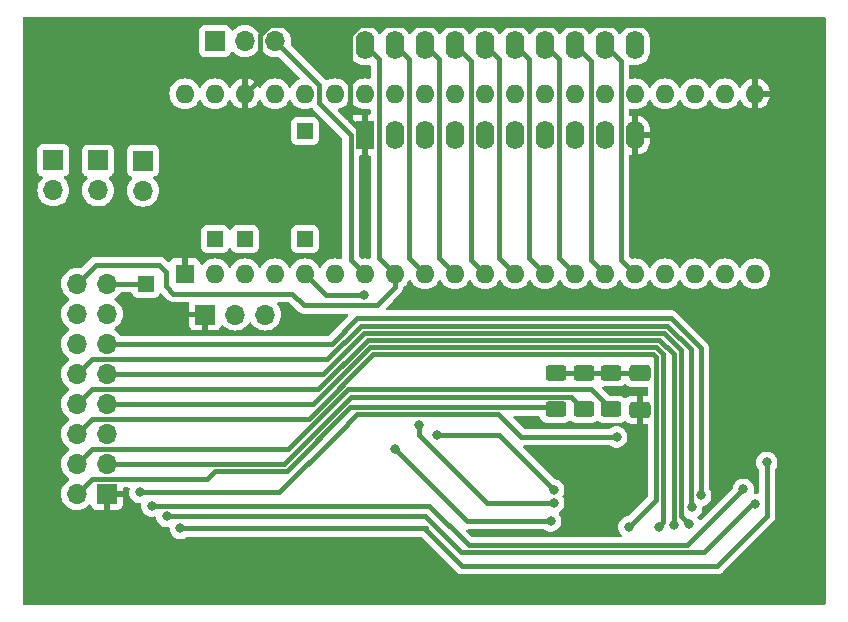
<source format=gbr>
%TF.GenerationSoftware,KiCad,Pcbnew,7.0.9-7.0.9~ubuntu20.04.1*%
%TF.CreationDate,2023-12-30T20:23:18+01:00*%
%TF.ProjectId,6303_PLCC,36333033-5f50-44c4-9343-2e6b69636164,rev?*%
%TF.SameCoordinates,Original*%
%TF.FileFunction,Copper,L2,Bot*%
%TF.FilePolarity,Positive*%
%FSLAX46Y46*%
G04 Gerber Fmt 4.6, Leading zero omitted, Abs format (unit mm)*
G04 Created by KiCad (PCBNEW 7.0.9-7.0.9~ubuntu20.04.1) date 2023-12-30 20:23:18*
%MOMM*%
%LPD*%
G01*
G04 APERTURE LIST*
G04 Aperture macros list*
%AMRoundRect*
0 Rectangle with rounded corners*
0 $1 Rounding radius*
0 $2 $3 $4 $5 $6 $7 $8 $9 X,Y pos of 4 corners*
0 Add a 4 corners polygon primitive as box body*
4,1,4,$2,$3,$4,$5,$6,$7,$8,$9,$2,$3,0*
0 Add four circle primitives for the rounded corners*
1,1,$1+$1,$2,$3*
1,1,$1+$1,$4,$5*
1,1,$1+$1,$6,$7*
1,1,$1+$1,$8,$9*
0 Add four rect primitives between the rounded corners*
20,1,$1+$1,$2,$3,$4,$5,0*
20,1,$1+$1,$4,$5,$6,$7,0*
20,1,$1+$1,$6,$7,$8,$9,0*
20,1,$1+$1,$8,$9,$2,$3,0*%
G04 Aperture macros list end*
%TA.AperFunction,ComponentPad*%
%ADD10R,1.700000X1.700000*%
%TD*%
%TA.AperFunction,ComponentPad*%
%ADD11O,1.700000X1.700000*%
%TD*%
%TA.AperFunction,ComponentPad*%
%ADD12R,1.350000X1.350000*%
%TD*%
%TA.AperFunction,ComponentPad*%
%ADD13R,1.600000X1.600000*%
%TD*%
%TA.AperFunction,ComponentPad*%
%ADD14O,1.600000X1.600000*%
%TD*%
%TA.AperFunction,ComponentPad*%
%ADD15R,1.600000X2.400000*%
%TD*%
%TA.AperFunction,ComponentPad*%
%ADD16O,1.600000X2.400000*%
%TD*%
%TA.AperFunction,SMDPad,CuDef*%
%ADD17RoundRect,0.250000X-0.650000X0.412500X-0.650000X-0.412500X0.650000X-0.412500X0.650000X0.412500X0*%
%TD*%
%TA.AperFunction,SMDPad,CuDef*%
%ADD18RoundRect,0.250000X-0.625000X0.400000X-0.625000X-0.400000X0.625000X-0.400000X0.625000X0.400000X0*%
%TD*%
%TA.AperFunction,ViaPad*%
%ADD19C,0.800000*%
%TD*%
%TA.AperFunction,Conductor*%
%ADD20C,0.400000*%
%TD*%
G04 APERTURE END LIST*
D10*
%TO.P,J1,1,Pin_1*%
%TO.N,GND*%
X167132000Y-71374000D03*
D11*
%TO.P,J1,2,Pin_2*%
%TO.N,/P20*%
X164592000Y-71374000D03*
%TO.P,J1,3,Pin_3*%
%TO.N,/P21*%
X167132000Y-68834000D03*
%TO.P,J1,4,Pin_4*%
%TO.N,/P22*%
X164592000Y-68834000D03*
%TO.P,J1,5,Pin_5*%
%TO.N,/P23*%
X167132000Y-66294000D03*
%TO.P,J1,6,Pin_6*%
%TO.N,/P24*%
X164592000Y-66294000D03*
%TO.P,J1,7,Pin_7*%
%TO.N,/P10*%
X167132000Y-63754000D03*
%TO.P,J1,8,Pin_8*%
%TO.N,/P11*%
X164592000Y-63754000D03*
%TO.P,J1,9,Pin_9*%
%TO.N,/P12*%
X167132000Y-61214000D03*
%TO.P,J1,10,Pin_10*%
%TO.N,/P13*%
X164592000Y-61214000D03*
%TO.P,J1,11,Pin_11*%
%TO.N,/P14*%
X167132000Y-58674000D03*
%TO.P,J1,12,Pin_12*%
%TO.N,/P15*%
X164592000Y-58674000D03*
%TO.P,J1,13,Pin_13*%
%TO.N,/P16*%
X167132000Y-56134000D03*
%TO.P,J1,14,Pin_14*%
%TO.N,/P17*%
X164592000Y-56134000D03*
%TO.P,J1,15,Pin_15*%
%TO.N,Net-(J1-Pin_15)*%
X167132000Y-53594000D03*
%TO.P,J1,16,Pin_16*%
%TO.N,+5V*%
X164592000Y-53594000D03*
%TD*%
D10*
%TO.P,JP3,1,A*%
%TO.N,Net-(D3-A)*%
X170180000Y-43154000D03*
D11*
%TO.P,JP3,2,B*%
%TO.N,/P22*%
X170180000Y-45694000D03*
%TD*%
D10*
%TO.P,JP1,1,A*%
%TO.N,Net-(D1-A)*%
X162600000Y-43125000D03*
D11*
%TO.P,JP1,2,B*%
%TO.N,/P20*%
X162600000Y-45665000D03*
%TD*%
D10*
%TO.P,JP5,1,A*%
%TO.N,GND*%
X175463200Y-56184800D03*
D11*
%TO.P,JP5,2,C*%
%TO.N,Net-(JP5-C)*%
X178003200Y-56184800D03*
%TO.P,JP5,3,B*%
%TO.N,/~{HALT}*%
X180543200Y-56184800D03*
%TD*%
D12*
%TO.P,J4,1,Pin_1*%
%TO.N,Net-(J4-Pin_1)*%
X183896000Y-40640000D03*
%TD*%
D13*
%TO.P,U3,1,VSS*%
%TO.N,GND*%
X173736000Y-52730400D03*
D14*
%TO.P,U3,2,~{HALT}*%
%TO.N,/~{HALT}*%
X176276000Y-52730400D03*
%TO.P,U3,3,MR*%
%TO.N,Net-(J3-Pin_1)*%
X178816000Y-52730400D03*
%TO.P,U3,4,~{IRQ}*%
%TO.N,/~{IRQ1}*%
X181356000Y-52730400D03*
%TO.P,U3,5,VMA*%
%TO.N,/AS*%
X183896000Y-52730400D03*
%TO.P,U3,6,~{NMI}*%
%TO.N,/~{NMI}*%
X186436000Y-52730400D03*
%TO.P,U3,7,BA*%
%TO.N,/BA*%
X188976000Y-52730400D03*
%TO.P,U3,8,VCC*%
%TO.N,+5V*%
X191516000Y-52730400D03*
%TO.P,U3,9,A0*%
%TO.N,/A0*%
X194056000Y-52730400D03*
%TO.P,U3,10,A1*%
%TO.N,/A1*%
X196596000Y-52730400D03*
%TO.P,U3,11,A2*%
%TO.N,/A2*%
X199136000Y-52730400D03*
%TO.P,U3,12,A3*%
%TO.N,/A3*%
X201676000Y-52730400D03*
%TO.P,U3,13,A4*%
%TO.N,/A4*%
X204216000Y-52730400D03*
%TO.P,U3,14,A5*%
%TO.N,/A5*%
X206756000Y-52730400D03*
%TO.P,U3,15,A6*%
%TO.N,/A6*%
X209296000Y-52730400D03*
%TO.P,U3,16,A7*%
%TO.N,/A7*%
X211836000Y-52730400D03*
%TO.P,U3,17,A8*%
%TO.N,/A8*%
X214376000Y-52730400D03*
%TO.P,U3,18,A9*%
%TO.N,/A9*%
X216916000Y-52730400D03*
%TO.P,U3,19,A10*%
%TO.N,/A10*%
X219456000Y-52730400D03*
%TO.P,U3,20,A11*%
%TO.N,/A11*%
X221996000Y-52730400D03*
%TO.P,U3,21,VSS*%
%TO.N,GND*%
X221996000Y-37490400D03*
%TO.P,U3,22,A12*%
%TO.N,/A12*%
X219456000Y-37490400D03*
%TO.P,U3,23,A13*%
%TO.N,/A13*%
X216916000Y-37490400D03*
%TO.P,U3,24,A14*%
%TO.N,/A14*%
X214376000Y-37490400D03*
%TO.P,U3,25,A15*%
%TO.N,/A15*%
X211836000Y-37490400D03*
%TO.P,U3,26,D7*%
%TO.N,/D7*%
X209296000Y-37490400D03*
%TO.P,U3,27,D6*%
%TO.N,/D6*%
X206756000Y-37490400D03*
%TO.P,U3,28,D5*%
%TO.N,/D5*%
X204216000Y-37490400D03*
%TO.P,U3,29,D4*%
%TO.N,/D4*%
X201676000Y-37490400D03*
%TO.P,U3,30,D3*%
%TO.N,/D3*%
X199136000Y-37490400D03*
%TO.P,U3,31,D2*%
%TO.N,/D2*%
X196596000Y-37490400D03*
%TO.P,U3,32,D1*%
%TO.N,/D1*%
X194056000Y-37490400D03*
%TO.P,U3,33,D0*%
%TO.N,/D0*%
X191516000Y-37490400D03*
%TO.P,U3,34,R/~{W}*%
%TO.N,/R{slash}~{W}*%
X188976000Y-37490400D03*
%TO.P,U3,35,VCC_STANDBY*%
%TO.N,+5C*%
X186436000Y-37490400D03*
%TO.P,U3,36,RE*%
%TO.N,Net-(J4-Pin_1)*%
X183896000Y-37490400D03*
%TO.P,U3,37,E*%
%TO.N,/PHI2*%
X181356000Y-37490400D03*
%TO.P,U3,38,XTAL*%
%TO.N,GND*%
X178816000Y-37490400D03*
%TO.P,U3,39,EXTAL*%
%TO.N,/CPUCLK*%
X176276000Y-37490400D03*
%TO.P,U3,40,~{RESET}*%
%TO.N,/~{RST}*%
X173736000Y-37490400D03*
%TD*%
D10*
%TO.P,JP2,1,A*%
%TO.N,Net-(D2-A)*%
X166400000Y-43139000D03*
D11*
%TO.P,JP2,2,B*%
%TO.N,/P21*%
X166400000Y-45679000D03*
%TD*%
D12*
%TO.P,J2,1,Pin_1*%
%TO.N,Net-(J1-Pin_15)*%
X170434000Y-53594000D03*
%TD*%
%TO.P,J5,1,Pin_1*%
%TO.N,/~{HALT}*%
X176276000Y-49784000D03*
%TD*%
%TO.P,J6,1,Pin_1*%
%TO.N,/AS*%
X183896000Y-49784000D03*
%TD*%
D10*
%TO.P,JP6,1,A*%
%TO.N,/CPUCLK*%
X176276000Y-33020000D03*
D11*
%TO.P,JP6,2,C*%
%TO.N,Net-(JP6-C)*%
X178816000Y-33020000D03*
%TO.P,JP6,3,B*%
%TO.N,/BA*%
X181356000Y-33020000D03*
%TD*%
D15*
%TO.P,U2,1,OE*%
%TO.N,GND*%
X188976000Y-41000000D03*
D16*
%TO.P,U2,2,D0*%
%TO.N,/D0*%
X191516000Y-41000000D03*
%TO.P,U2,3,D1*%
%TO.N,/D1*%
X194056000Y-41000000D03*
%TO.P,U2,4,D2*%
%TO.N,/D2*%
X196596000Y-41000000D03*
%TO.P,U2,5,D3*%
%TO.N,/D3*%
X199136000Y-41000000D03*
%TO.P,U2,6,D4*%
%TO.N,/D4*%
X201676000Y-41000000D03*
%TO.P,U2,7,D5*%
%TO.N,/D5*%
X204216000Y-41000000D03*
%TO.P,U2,8,D6*%
%TO.N,/D6*%
X206756000Y-41000000D03*
%TO.P,U2,9,D7*%
%TO.N,/D7*%
X209296000Y-41000000D03*
%TO.P,U2,10,GND*%
%TO.N,GND*%
X211836000Y-41000000D03*
%TO.P,U2,11,Load*%
%TO.N,/AS*%
X211836000Y-33380000D03*
%TO.P,U2,12,Q7*%
%TO.N,/A7*%
X209296000Y-33380000D03*
%TO.P,U2,13,Q6*%
%TO.N,/A6*%
X206756000Y-33380000D03*
%TO.P,U2,14,Q5*%
%TO.N,/A5*%
X204216000Y-33380000D03*
%TO.P,U2,15,Q4*%
%TO.N,/A4*%
X201676000Y-33380000D03*
%TO.P,U2,16,Q3*%
%TO.N,/A3*%
X199136000Y-33380000D03*
%TO.P,U2,17,Q2*%
%TO.N,/A2*%
X196596000Y-33380000D03*
%TO.P,U2,18,Q1*%
%TO.N,/A1*%
X194056000Y-33380000D03*
%TO.P,U2,19,Q0*%
%TO.N,/A0*%
X191516000Y-33380000D03*
%TO.P,U2,20,VCC*%
%TO.N,+5V*%
X188976000Y-33380000D03*
%TD*%
D12*
%TO.P,J3,1,Pin_1*%
%TO.N,Net-(J3-Pin_1)*%
X178816000Y-49784000D03*
%TD*%
D17*
%TO.P,C1,1*%
%TO.N,+5V*%
X212242400Y-61124700D03*
%TO.P,C1,2*%
%TO.N,GND*%
X212242400Y-64249700D03*
%TD*%
D18*
%TO.P,R3,1*%
%TO.N,+5V*%
X209854800Y-61111200D03*
%TO.P,R3,2*%
%TO.N,/P22*%
X209854800Y-64211200D03*
%TD*%
%TO.P,R1,1*%
%TO.N,+5V*%
X205130400Y-61112000D03*
%TO.P,R1,2*%
%TO.N,/P20*%
X205130400Y-64212000D03*
%TD*%
%TO.P,R2,1*%
%TO.N,+5V*%
X207518000Y-61111200D03*
%TO.P,R2,2*%
%TO.N,/P21*%
X207518000Y-64211200D03*
%TD*%
D19*
%TO.N,+5V*%
X212242426Y-61124700D03*
%TO.N,GND*%
X212242400Y-64249700D03*
%TO.N,/P20*%
X205130400Y-64212000D03*
%TO.N,/P21*%
X207518000Y-64211200D03*
%TO.N,/P22*%
X209854800Y-64211200D03*
%TO.N,/~{NMI}*%
X193548000Y-65532000D03*
X204978000Y-72136000D03*
%TO.N,/~{IRQ1}*%
X191516000Y-67564000D03*
X204724000Y-73660000D03*
%TO.N,/P23*%
X210312000Y-66548000D03*
X169926000Y-71247000D03*
%TO.N,/P24*%
X211328000Y-74168000D03*
%TO.N,/P10*%
X213868000Y-74168000D03*
%TO.N,/P11*%
X215138000Y-74041000D03*
%TO.N,/P12*%
X216408000Y-73914000D03*
%TO.N,/P13*%
X216662000Y-72517000D03*
%TO.N,/P14*%
X217424000Y-71501000D03*
%TO.N,/P15*%
X170942000Y-72390000D03*
X221019000Y-70993000D03*
%TO.N,/P16*%
X172212000Y-73279000D03*
X221996000Y-72263000D03*
%TO.N,/P17*%
X223012000Y-68707000D03*
X173355000Y-74295000D03*
%TO.N,/AS*%
X188874400Y-54559200D03*
%TO.N,Net-(JP6-C)*%
X204978000Y-71018400D03*
X195072000Y-66346900D03*
%TD*%
D20*
%TO.N,+5V*%
X172161200Y-53797200D02*
X172770800Y-54406800D01*
X190176000Y-34580000D02*
X188976000Y-33380000D01*
X189968570Y-55409200D02*
X191516000Y-53861770D01*
X191516000Y-53861770D02*
X191516000Y-52730400D01*
X205130400Y-61112000D02*
X212229726Y-61112000D01*
X172770800Y-54406800D02*
X182829200Y-54406800D01*
X172161200Y-52578000D02*
X172161200Y-53797200D01*
X183831600Y-55409200D02*
X189968570Y-55409200D01*
X171583200Y-52000000D02*
X172161200Y-52578000D01*
X190176000Y-51390400D02*
X190176000Y-34580000D01*
X212229726Y-61112000D02*
X212242426Y-61124700D01*
X182829200Y-54406800D02*
X183831600Y-55409200D01*
X164592000Y-53594000D02*
X166186000Y-52000000D01*
X166186000Y-52000000D02*
X171583200Y-52000000D01*
X190176000Y-51390400D02*
X191516000Y-52730400D01*
%TO.N,GND*%
X217982800Y-31699200D02*
X221996000Y-35712400D01*
X180066000Y-32542233D02*
X180066000Y-36240400D01*
X180066000Y-36240400D02*
X178816000Y-37490400D01*
X180909033Y-31699200D02*
X180066000Y-32542233D01*
X188559744Y-31699200D02*
X217982800Y-31699200D01*
X188976000Y-41000000D02*
X187706000Y-39730000D01*
X188559744Y-31699200D02*
X180909033Y-31699200D01*
X187706000Y-39730000D02*
X187706000Y-32552944D01*
X221996000Y-35712400D02*
X221996000Y-37490400D01*
X187706000Y-32552944D02*
X188559744Y-31699200D01*
%TO.N,/P20*%
X204965300Y-64046900D02*
X205130400Y-64212000D01*
X187753628Y-64046900D02*
X204965300Y-64046900D01*
X182366528Y-69434000D02*
X187753628Y-64046900D01*
X176270528Y-69434000D02*
X182366528Y-69434000D01*
X164592000Y-71374000D02*
X165842000Y-70124000D01*
X165842000Y-70124000D02*
X175580528Y-70124000D01*
X175580528Y-70124000D02*
X176270528Y-69434000D01*
%TO.N,/P21*%
X206468800Y-63162000D02*
X207518000Y-64211200D01*
X182118000Y-68834000D02*
X187790000Y-63162000D01*
X167132000Y-68834000D02*
X182118000Y-68834000D01*
X187790000Y-63162000D02*
X206468800Y-63162000D01*
%TO.N,/P22*%
X164592000Y-68834000D02*
X165862000Y-67564000D01*
X208127600Y-62484000D02*
X209854800Y-64211200D01*
X182504584Y-67564000D02*
X187584584Y-62484000D01*
X165862000Y-67564000D02*
X182504584Y-67564000D01*
X187584584Y-62484000D02*
X208127600Y-62484000D01*
%TO.N,/~{NMI}*%
X199339200Y-72136000D02*
X193548000Y-66344800D01*
X193548000Y-66344800D02*
X193548000Y-65532000D01*
X204978000Y-72136000D02*
X199339200Y-72136000D01*
%TO.N,/~{IRQ1}*%
X204724000Y-73660000D02*
X197612000Y-73660000D01*
X197612000Y-73660000D02*
X191516000Y-67564000D01*
%TO.N,/P23*%
X188337100Y-64646900D02*
X186680695Y-66303305D01*
X200282900Y-64646900D02*
X188337100Y-64646900D01*
X210312000Y-66548000D02*
X202184000Y-66548000D01*
X202184000Y-66548000D02*
X200282900Y-64646900D01*
X181737000Y-71247000D02*
X186680695Y-66303305D01*
X169926000Y-71247000D02*
X181737000Y-71247000D01*
%TO.N,/P24*%
X213649000Y-59771056D02*
X213649000Y-71847000D01*
X213392944Y-59515000D02*
X213649000Y-59771056D01*
X213649000Y-71847000D02*
X211328000Y-74168000D01*
X189705056Y-59515000D02*
X213392944Y-59515000D01*
X165882000Y-65004000D02*
X184216056Y-65004000D01*
X164592000Y-66294000D02*
X165882000Y-65004000D01*
X184216056Y-65004000D02*
X189705056Y-59515000D01*
%TO.N,/P10*%
X213641472Y-58915000D02*
X214249000Y-59522528D01*
X214249000Y-73787000D02*
X213868000Y-74168000D01*
X167132000Y-63754000D02*
X184617528Y-63754000D01*
X189456528Y-58915000D02*
X213641472Y-58915000D01*
X184617528Y-63754000D02*
X189456528Y-58915000D01*
X214249000Y-59522528D02*
X214249000Y-73787000D01*
%TO.N,/P11*%
X164592000Y-63754000D02*
X165842000Y-62504000D01*
X213890000Y-58315000D02*
X215138000Y-59563000D01*
X185019000Y-62504000D02*
X189208000Y-58315000D01*
X215138000Y-59563000D02*
X215138000Y-74041000D01*
X189208000Y-58315000D02*
X213890000Y-58315000D01*
X165842000Y-62504000D02*
X185019000Y-62504000D01*
%TO.N,/P12*%
X215773000Y-73279000D02*
X216408000Y-73914000D01*
X185420000Y-61214000D02*
X188919000Y-57715000D01*
X214306000Y-57715000D02*
X215773000Y-59182000D01*
X215773000Y-59182000D02*
X215773000Y-73279000D01*
X167132000Y-61214000D02*
X185420000Y-61214000D01*
X188919000Y-57715000D02*
X214306000Y-57715000D01*
%TO.N,/P13*%
X216574000Y-59094000D02*
X216574000Y-72429000D01*
X216574000Y-72429000D02*
X216662000Y-72517000D01*
X165842000Y-59964000D02*
X185781000Y-59964000D01*
X214595000Y-57115000D02*
X216574000Y-59094000D01*
X188630000Y-57115000D02*
X214595000Y-57115000D01*
X164592000Y-61214000D02*
X165842000Y-59964000D01*
X185781000Y-59964000D02*
X188630000Y-57115000D01*
%TO.N,/P14*%
X186182000Y-58674000D02*
X188341000Y-56515000D01*
X188341000Y-56515000D02*
X214884000Y-56515000D01*
X214884000Y-56515000D02*
X217424000Y-59055000D01*
X217424000Y-59055000D02*
X217424000Y-71501000D01*
X167132000Y-58674000D02*
X186182000Y-58674000D01*
%TO.N,/P15*%
X170942000Y-72390000D02*
X194437000Y-72390000D01*
X194437000Y-72390000D02*
X197774000Y-75727000D01*
X216285000Y-75727000D02*
X221019000Y-70993000D01*
X197774000Y-75727000D02*
X216285000Y-75727000D01*
%TO.N,/P16*%
X194056000Y-73279000D02*
X172212000Y-73279000D01*
X217678000Y-76327000D02*
X197104000Y-76327000D01*
X221996000Y-72263000D02*
X221742000Y-72263000D01*
X197104000Y-76327000D02*
X194056000Y-73279000D01*
X221742000Y-72263000D02*
X217678000Y-76327000D01*
%TO.N,/P17*%
X223012000Y-73279000D02*
X223012000Y-68707000D01*
X194183000Y-74422000D02*
X197231000Y-77470000D01*
X173355000Y-74295000D02*
X194183000Y-74295000D01*
X194183000Y-74295000D02*
X194183000Y-74422000D01*
X197231000Y-77470000D02*
X218821000Y-77470000D01*
X218821000Y-77470000D02*
X223012000Y-73279000D01*
%TO.N,/AS*%
X183896000Y-52730400D02*
X185724800Y-54559200D01*
X185724800Y-54559200D02*
X188874400Y-54559200D01*
%TO.N,/A0*%
X192716000Y-51390400D02*
X194056000Y-52730400D01*
X192716000Y-51390400D02*
X192716000Y-34580000D01*
X192716000Y-34580000D02*
X191516000Y-33380000D01*
%TO.N,/A1*%
X195256000Y-34580000D02*
X194056000Y-33380000D01*
X195256000Y-51390400D02*
X196596000Y-52730400D01*
X195256000Y-51390400D02*
X195256000Y-34580000D01*
%TO.N,/A2*%
X197936000Y-51530400D02*
X199136000Y-52730400D01*
X197936000Y-51530400D02*
X197936000Y-34720000D01*
X197936000Y-34720000D02*
X196596000Y-33380000D01*
%TO.N,/A3*%
X200336000Y-34580000D02*
X200336000Y-51390400D01*
X199136000Y-33380000D02*
X200336000Y-34580000D01*
X200336000Y-51390400D02*
X201676000Y-52730400D01*
%TO.N,/A4*%
X202876000Y-51390400D02*
X204216000Y-52730400D01*
X202876000Y-51390400D02*
X202876000Y-34580000D01*
X202876000Y-34580000D02*
X201676000Y-33380000D01*
%TO.N,/A5*%
X205416000Y-51390400D02*
X206756000Y-52730400D01*
X205416000Y-34580000D02*
X205416000Y-51390400D01*
X204216000Y-33380000D02*
X205416000Y-34580000D01*
%TO.N,/A6*%
X208096000Y-34720000D02*
X206756000Y-33380000D01*
X208096000Y-51530400D02*
X209296000Y-52730400D01*
X208096000Y-51530400D02*
X208096000Y-34720000D01*
%TO.N,/A7*%
X210636000Y-34720000D02*
X210636000Y-51530400D01*
X210636000Y-51530400D02*
X211836000Y-52730400D01*
X209296000Y-33380000D02*
X210636000Y-34720000D01*
%TO.N,Net-(J1-Pin_15)*%
X167132000Y-53594000D02*
X170434000Y-53594000D01*
%TO.N,Net-(JP6-C)*%
X200306500Y-66346900D02*
X195072000Y-66346900D01*
X204978000Y-71018400D02*
X200306500Y-66346900D01*
%TO.N,/BA*%
X185096000Y-38283999D02*
X185096000Y-36760000D01*
X188976000Y-52730400D02*
X187776000Y-51530400D01*
X187776000Y-40963999D02*
X185096000Y-38283999D01*
X185096000Y-36760000D02*
X181356000Y-33020000D01*
X187776000Y-51530400D02*
X187776000Y-40963999D01*
%TD*%
%TA.AperFunction,Conductor*%
%TO.N,GND*%
G36*
X211078685Y-62093329D02*
G01*
X211109854Y-62116022D01*
X211123744Y-62129912D01*
X211273066Y-62222014D01*
X211439603Y-62277199D01*
X211542391Y-62287700D01*
X212824500Y-62287699D01*
X212891539Y-62307384D01*
X212937294Y-62360187D01*
X212948500Y-62411699D01*
X212948500Y-62963200D01*
X212928815Y-63030239D01*
X212876011Y-63075994D01*
X212824500Y-63087200D01*
X212492400Y-63087200D01*
X212492400Y-65412199D01*
X212824500Y-65412199D01*
X212891539Y-65431884D01*
X212937294Y-65484688D01*
X212948500Y-65536199D01*
X212948500Y-71505481D01*
X212928815Y-71572520D01*
X212912181Y-71593162D01*
X211265026Y-73240316D01*
X211203703Y-73273801D01*
X211203126Y-73273925D01*
X211048197Y-73306855D01*
X211048192Y-73306857D01*
X210875270Y-73383848D01*
X210875265Y-73383851D01*
X210722129Y-73495111D01*
X210595466Y-73635785D01*
X210500821Y-73799715D01*
X210500818Y-73799722D01*
X210451377Y-73951888D01*
X210442326Y-73979744D01*
X210422540Y-74168000D01*
X210442326Y-74356256D01*
X210442327Y-74356259D01*
X210500818Y-74536277D01*
X210500821Y-74536284D01*
X210595467Y-74700216D01*
X210629590Y-74738113D01*
X210702896Y-74819528D01*
X210733126Y-74882519D01*
X210724501Y-74951855D01*
X210679759Y-75005520D01*
X210613107Y-75026478D01*
X210610746Y-75026500D01*
X198115519Y-75026500D01*
X198048480Y-75006815D01*
X198027838Y-74990181D01*
X197609838Y-74572181D01*
X197576353Y-74510858D01*
X197581337Y-74441166D01*
X197623209Y-74385233D01*
X197688673Y-74360816D01*
X197697519Y-74360500D01*
X204115844Y-74360500D01*
X204182883Y-74380185D01*
X204188729Y-74384182D01*
X204271265Y-74444148D01*
X204271270Y-74444151D01*
X204444192Y-74521142D01*
X204444197Y-74521144D01*
X204629354Y-74560500D01*
X204629355Y-74560500D01*
X204818644Y-74560500D01*
X204818646Y-74560500D01*
X205003803Y-74521144D01*
X205176730Y-74444151D01*
X205329871Y-74332888D01*
X205456533Y-74192216D01*
X205551179Y-74028284D01*
X205609674Y-73848256D01*
X205629460Y-73660000D01*
X205609674Y-73471744D01*
X205551179Y-73291716D01*
X205456533Y-73127784D01*
X205425458Y-73093272D01*
X205395229Y-73030282D01*
X205403854Y-72960947D01*
X205444720Y-72909986D01*
X205583871Y-72808888D01*
X205710533Y-72668216D01*
X205805179Y-72504284D01*
X205863674Y-72324256D01*
X205883460Y-72136000D01*
X205863674Y-71947744D01*
X205805179Y-71767716D01*
X205730979Y-71639198D01*
X205714507Y-71571300D01*
X205730980Y-71515200D01*
X205805179Y-71386684D01*
X205863674Y-71206656D01*
X205883460Y-71018400D01*
X205863674Y-70830144D01*
X205805179Y-70650116D01*
X205710533Y-70486184D01*
X205583871Y-70345512D01*
X205575876Y-70339703D01*
X205430734Y-70234251D01*
X205430729Y-70234248D01*
X205257807Y-70157257D01*
X205257802Y-70157255D01*
X205113106Y-70126500D01*
X205102872Y-70124324D01*
X205041391Y-70091133D01*
X205040973Y-70090716D01*
X202410438Y-67460181D01*
X202376953Y-67398858D01*
X202381937Y-67329166D01*
X202423809Y-67273233D01*
X202489273Y-67248816D01*
X202498119Y-67248500D01*
X209703844Y-67248500D01*
X209770883Y-67268185D01*
X209776729Y-67272182D01*
X209859265Y-67332148D01*
X209859270Y-67332151D01*
X210032192Y-67409142D01*
X210032197Y-67409144D01*
X210217354Y-67448500D01*
X210217355Y-67448500D01*
X210406644Y-67448500D01*
X210406646Y-67448500D01*
X210591803Y-67409144D01*
X210764730Y-67332151D01*
X210917871Y-67220888D01*
X211044533Y-67080216D01*
X211139179Y-66916284D01*
X211197674Y-66736256D01*
X211217460Y-66548000D01*
X211197674Y-66359744D01*
X211139179Y-66179716D01*
X211044533Y-66015784D01*
X210917871Y-65875112D01*
X210917870Y-65875111D01*
X210764734Y-65763851D01*
X210764729Y-65763848D01*
X210591807Y-65686857D01*
X210591802Y-65686855D01*
X210446001Y-65655865D01*
X210406646Y-65647500D01*
X210217354Y-65647500D01*
X210184897Y-65654398D01*
X210032197Y-65686855D01*
X210032192Y-65686857D01*
X209859270Y-65763848D01*
X209859265Y-65763851D01*
X209776729Y-65823818D01*
X209710923Y-65847298D01*
X209703844Y-65847500D01*
X202525519Y-65847500D01*
X202458480Y-65827815D01*
X202437838Y-65811181D01*
X201585738Y-64959081D01*
X201552253Y-64897758D01*
X201557237Y-64828066D01*
X201599109Y-64772133D01*
X201664573Y-64747716D01*
X201673419Y-64747400D01*
X203670095Y-64747400D01*
X203737134Y-64767085D01*
X203782889Y-64819889D01*
X203787799Y-64832391D01*
X203820586Y-64931334D01*
X203912688Y-65080656D01*
X204036744Y-65204712D01*
X204186066Y-65296814D01*
X204352603Y-65351999D01*
X204455391Y-65362500D01*
X205805408Y-65362499D01*
X205908197Y-65351999D01*
X206074734Y-65296814D01*
X206224056Y-65204712D01*
X206236919Y-65191849D01*
X206298242Y-65158364D01*
X206367934Y-65163348D01*
X206412281Y-65191849D01*
X206424344Y-65203912D01*
X206573666Y-65296014D01*
X206740203Y-65351199D01*
X206842991Y-65361700D01*
X208193008Y-65361699D01*
X208295797Y-65351199D01*
X208462334Y-65296014D01*
X208611656Y-65203912D01*
X208611657Y-65203910D01*
X208617803Y-65200120D01*
X208618866Y-65201843D01*
X208674275Y-65179485D01*
X208742918Y-65192520D01*
X208754925Y-65200236D01*
X208754997Y-65200120D01*
X208761142Y-65203910D01*
X208761144Y-65203912D01*
X208910466Y-65296014D01*
X209077003Y-65351199D01*
X209179791Y-65361700D01*
X210529808Y-65361699D01*
X210632597Y-65351199D01*
X210799134Y-65296014D01*
X210942318Y-65207697D01*
X211009710Y-65189258D01*
X211076373Y-65210181D01*
X211095095Y-65225556D01*
X211124054Y-65254515D01*
X211273275Y-65346556D01*
X211273280Y-65346558D01*
X211439702Y-65401705D01*
X211439709Y-65401706D01*
X211542419Y-65412199D01*
X211992399Y-65412199D01*
X211992400Y-65412198D01*
X211992400Y-63087200D01*
X211542428Y-63087200D01*
X211542412Y-63087201D01*
X211439702Y-63097694D01*
X211273280Y-63152841D01*
X211273275Y-63152843D01*
X211117909Y-63248675D01*
X211116646Y-63246628D01*
X211062441Y-63268466D01*
X210993805Y-63255393D01*
X210962703Y-63232735D01*
X210948457Y-63218489D01*
X210948456Y-63218488D01*
X210799134Y-63126386D01*
X210632597Y-63071201D01*
X210632595Y-63071200D01*
X210529816Y-63060700D01*
X210529809Y-63060700D01*
X209746319Y-63060700D01*
X209679280Y-63041015D01*
X209658638Y-63024381D01*
X209107637Y-62473380D01*
X209074152Y-62412057D01*
X209079136Y-62342365D01*
X209121008Y-62286432D01*
X209186472Y-62262015D01*
X209195290Y-62261699D01*
X210529808Y-62261699D01*
X210632597Y-62251199D01*
X210799134Y-62196014D01*
X210948456Y-62103912D01*
X210948457Y-62103910D01*
X210954603Y-62100120D01*
X210955863Y-62102163D01*
X211010041Y-62080298D01*
X211078685Y-62093329D01*
G37*
%TD.AperFunction*%
%TA.AperFunction,Conductor*%
G36*
X169215275Y-54314185D02*
G01*
X169261030Y-54366989D01*
X169264418Y-54375167D01*
X169315202Y-54511328D01*
X169315206Y-54511335D01*
X169401452Y-54626544D01*
X169401455Y-54626547D01*
X169516664Y-54712793D01*
X169516671Y-54712797D01*
X169651517Y-54763091D01*
X169651516Y-54763091D01*
X169658444Y-54763835D01*
X169711127Y-54769500D01*
X171156872Y-54769499D01*
X171216483Y-54763091D01*
X171351331Y-54712796D01*
X171466546Y-54626546D01*
X171552796Y-54511331D01*
X171575525Y-54450391D01*
X171617394Y-54394459D01*
X171682858Y-54370041D01*
X171751131Y-54384892D01*
X171779387Y-54406044D01*
X172259192Y-54885848D01*
X172261728Y-54888542D01*
X172302871Y-54934983D01*
X172339064Y-54959965D01*
X172353915Y-54970216D01*
X172356920Y-54972426D01*
X172405744Y-55010678D01*
X172405746Y-55010679D01*
X172405749Y-55010681D01*
X172414977Y-55014834D01*
X172434531Y-55025862D01*
X172442866Y-55031616D01*
X172442868Y-55031616D01*
X172442870Y-55031618D01*
X172500879Y-55053617D01*
X172504276Y-55055024D01*
X172551570Y-55076309D01*
X172560864Y-55080493D01*
X172560865Y-55080493D01*
X172560869Y-55080495D01*
X172570834Y-55082321D01*
X172592456Y-55088348D01*
X172595577Y-55089531D01*
X172601928Y-55091940D01*
X172647051Y-55097418D01*
X172663474Y-55099413D01*
X172667171Y-55099975D01*
X172728194Y-55111158D01*
X172783552Y-55107809D01*
X172790103Y-55107413D01*
X172793848Y-55107300D01*
X173994471Y-55107300D01*
X174061510Y-55126985D01*
X174107265Y-55179789D01*
X174117760Y-55244557D01*
X174113200Y-55286958D01*
X174113200Y-55934800D01*
X175029514Y-55934800D01*
X175003707Y-55974956D01*
X174963200Y-56112911D01*
X174963200Y-56256689D01*
X175003707Y-56394644D01*
X175029514Y-56434800D01*
X174113200Y-56434800D01*
X174113200Y-57082644D01*
X174119601Y-57142172D01*
X174119603Y-57142179D01*
X174169845Y-57276886D01*
X174169849Y-57276893D01*
X174256009Y-57391987D01*
X174256012Y-57391990D01*
X174371106Y-57478150D01*
X174371113Y-57478154D01*
X174505820Y-57528396D01*
X174505827Y-57528398D01*
X174565355Y-57534799D01*
X174565372Y-57534800D01*
X175213200Y-57534800D01*
X175213200Y-56620301D01*
X175320885Y-56669480D01*
X175427437Y-56684800D01*
X175498963Y-56684800D01*
X175605515Y-56669480D01*
X175713200Y-56620301D01*
X175713200Y-57534800D01*
X176361028Y-57534800D01*
X176361044Y-57534799D01*
X176420572Y-57528398D01*
X176420579Y-57528396D01*
X176555286Y-57478154D01*
X176555293Y-57478150D01*
X176670387Y-57391990D01*
X176670390Y-57391987D01*
X176756550Y-57276893D01*
X176756554Y-57276886D01*
X176805622Y-57145329D01*
X176847493Y-57089395D01*
X176912957Y-57064978D01*
X176981230Y-57079830D01*
X177009485Y-57100981D01*
X177131799Y-57223295D01*
X177208335Y-57276886D01*
X177325365Y-57358832D01*
X177325367Y-57358833D01*
X177325370Y-57358835D01*
X177539537Y-57458703D01*
X177767792Y-57519863D01*
X177938519Y-57534800D01*
X178003199Y-57540459D01*
X178003200Y-57540459D01*
X178003201Y-57540459D01*
X178067881Y-57534800D01*
X178238608Y-57519863D01*
X178466863Y-57458703D01*
X178681030Y-57358835D01*
X178874601Y-57223295D01*
X179041695Y-57056201D01*
X179171625Y-56870642D01*
X179226202Y-56827017D01*
X179295700Y-56819823D01*
X179358055Y-56851346D01*
X179374775Y-56870642D01*
X179504700Y-57056195D01*
X179504705Y-57056201D01*
X179671799Y-57223295D01*
X179748335Y-57276886D01*
X179865365Y-57358832D01*
X179865367Y-57358833D01*
X179865370Y-57358835D01*
X180079537Y-57458703D01*
X180307792Y-57519863D01*
X180478519Y-57534800D01*
X180543199Y-57540459D01*
X180543200Y-57540459D01*
X180543201Y-57540459D01*
X180607881Y-57534800D01*
X180778608Y-57519863D01*
X181006863Y-57458703D01*
X181221030Y-57358835D01*
X181414601Y-57223295D01*
X181581695Y-57056201D01*
X181717235Y-56862630D01*
X181817103Y-56648463D01*
X181878263Y-56420208D01*
X181898859Y-56184800D01*
X181878263Y-55949392D01*
X181817103Y-55721137D01*
X181717235Y-55506971D01*
X181711624Y-55498958D01*
X181581692Y-55313395D01*
X181579684Y-55311001D01*
X181579130Y-55309735D01*
X181578590Y-55308964D01*
X181578745Y-55308855D01*
X181551674Y-55246991D01*
X181562717Y-55178000D01*
X181609306Y-55125931D01*
X181674677Y-55107300D01*
X182487681Y-55107300D01*
X182554720Y-55126985D01*
X182575362Y-55143619D01*
X183319999Y-55888256D01*
X183322535Y-55890950D01*
X183363671Y-55937383D01*
X183414730Y-55972627D01*
X183417712Y-55974821D01*
X183459155Y-56007289D01*
X183466547Y-56013080D01*
X183466546Y-56013080D01*
X183475777Y-56017234D01*
X183495331Y-56028262D01*
X183503666Y-56034016D01*
X183503668Y-56034016D01*
X183503670Y-56034018D01*
X183561679Y-56056017D01*
X183565076Y-56057424D01*
X183612370Y-56078709D01*
X183621664Y-56082893D01*
X183621665Y-56082893D01*
X183621669Y-56082895D01*
X183631634Y-56084721D01*
X183653256Y-56090748D01*
X183656377Y-56091931D01*
X183662728Y-56094340D01*
X183707851Y-56099818D01*
X183724274Y-56101813D01*
X183727971Y-56102375D01*
X183788994Y-56113558D01*
X183844352Y-56110209D01*
X183850903Y-56109813D01*
X183854648Y-56109700D01*
X187456281Y-56109700D01*
X187523320Y-56129385D01*
X187569075Y-56182189D01*
X187579019Y-56251347D01*
X187549994Y-56314903D01*
X187543962Y-56321381D01*
X185928162Y-57937181D01*
X185866839Y-57970666D01*
X185840481Y-57973500D01*
X168354711Y-57973500D01*
X168287672Y-57953815D01*
X168253136Y-57920623D01*
X168170494Y-57802597D01*
X168003402Y-57635506D01*
X168003396Y-57635501D01*
X167817842Y-57505575D01*
X167774217Y-57450998D01*
X167767023Y-57381500D01*
X167798546Y-57319145D01*
X167817842Y-57302425D01*
X167854315Y-57276886D01*
X168003401Y-57172495D01*
X168170495Y-57005401D01*
X168306035Y-56811830D01*
X168405903Y-56597663D01*
X168467063Y-56369408D01*
X168487659Y-56134000D01*
X168467063Y-55898592D01*
X168405903Y-55670337D01*
X168306035Y-55456171D01*
X168300425Y-55448158D01*
X168170494Y-55262597D01*
X168003402Y-55095506D01*
X168003396Y-55095501D01*
X167817842Y-54965575D01*
X167774217Y-54910998D01*
X167767023Y-54841500D01*
X167798546Y-54779145D01*
X167817842Y-54762425D01*
X167888719Y-54712796D01*
X168003401Y-54632495D01*
X168170495Y-54465401D01*
X168253136Y-54347376D01*
X168307713Y-54303752D01*
X168354711Y-54294500D01*
X169148236Y-54294500D01*
X169215275Y-54314185D01*
G37*
%TD.AperFunction*%
%TA.AperFunction,Conductor*%
G36*
X189226000Y-42700000D02*
G01*
X189351500Y-42700000D01*
X189418539Y-42719685D01*
X189464294Y-42772489D01*
X189475500Y-42824000D01*
X189475500Y-51356263D01*
X189455815Y-51423302D01*
X189403011Y-51469057D01*
X189333853Y-51479001D01*
X189319407Y-51476038D01*
X189202697Y-51444766D01*
X189202693Y-51444765D01*
X189202692Y-51444765D01*
X189202691Y-51444764D01*
X189202686Y-51444764D01*
X188976002Y-51424932D01*
X188975998Y-51424932D01*
X188744117Y-51445219D01*
X188675617Y-51431452D01*
X188645629Y-51409372D01*
X188512819Y-51276562D01*
X188479334Y-51215239D01*
X188476500Y-51188881D01*
X188476500Y-42824000D01*
X188496185Y-42756961D01*
X188548989Y-42711206D01*
X188600500Y-42700000D01*
X188726000Y-42700000D01*
X188726000Y-41315686D01*
X188737955Y-41327641D01*
X188850852Y-41385165D01*
X188944519Y-41400000D01*
X189007481Y-41400000D01*
X189101148Y-41385165D01*
X189214045Y-41327641D01*
X189226000Y-41315686D01*
X189226000Y-42700000D01*
G37*
%TD.AperFunction*%
%TA.AperFunction,Conductor*%
G36*
X187773865Y-38033748D02*
G01*
X187818382Y-38085125D01*
X187845429Y-38143128D01*
X187845432Y-38143134D01*
X187975954Y-38329541D01*
X188136858Y-38490445D01*
X188136861Y-38490447D01*
X188323266Y-38620968D01*
X188529504Y-38717139D01*
X188749308Y-38776035D01*
X188911230Y-38790201D01*
X188975998Y-38795868D01*
X188976000Y-38795868D01*
X188976002Y-38795868D01*
X189032673Y-38790909D01*
X189202692Y-38776035D01*
X189319408Y-38744761D01*
X189389256Y-38746424D01*
X189447119Y-38785586D01*
X189474623Y-38849815D01*
X189475500Y-38864536D01*
X189475500Y-39176000D01*
X189455815Y-39243039D01*
X189403011Y-39288794D01*
X189351500Y-39300000D01*
X189226000Y-39300000D01*
X189226000Y-40684314D01*
X189214045Y-40672359D01*
X189101148Y-40614835D01*
X189007481Y-40600000D01*
X188944519Y-40600000D01*
X188850852Y-40614835D01*
X188737955Y-40672359D01*
X188726000Y-40684314D01*
X188726000Y-39300000D01*
X188128155Y-39300000D01*
X188068627Y-39306401D01*
X188068620Y-39306403D01*
X187933913Y-39356645D01*
X187933906Y-39356649D01*
X187818812Y-39442809D01*
X187818809Y-39442812D01*
X187732649Y-39557906D01*
X187732646Y-39557911D01*
X187698997Y-39648129D01*
X187657125Y-39704062D01*
X187591661Y-39728479D01*
X187523388Y-39713627D01*
X187495134Y-39692476D01*
X186748312Y-38945654D01*
X186714827Y-38884331D01*
X186719811Y-38814639D01*
X186761683Y-38758706D01*
X186803899Y-38738198D01*
X186845362Y-38727088D01*
X186882486Y-38717142D01*
X186882489Y-38717140D01*
X186882496Y-38717139D01*
X187088734Y-38620968D01*
X187275139Y-38490447D01*
X187436047Y-38329539D01*
X187566568Y-38143134D01*
X187593618Y-38085124D01*
X187639790Y-38032685D01*
X187706983Y-38013533D01*
X187773865Y-38033748D01*
G37*
%TD.AperFunction*%
%TA.AperFunction,Conductor*%
G36*
X227942539Y-31020185D02*
G01*
X227988294Y-31072989D01*
X227999500Y-31124500D01*
X227999500Y-80637500D01*
X227979815Y-80704539D01*
X227927011Y-80750294D01*
X227875500Y-80761500D01*
X160124500Y-80761500D01*
X160057461Y-80741815D01*
X160011706Y-80689011D01*
X160000500Y-80637500D01*
X160000500Y-71374000D01*
X163236341Y-71374000D01*
X163256936Y-71609403D01*
X163256938Y-71609413D01*
X163318094Y-71837655D01*
X163318096Y-71837659D01*
X163318097Y-71837663D01*
X163369427Y-71947740D01*
X163417965Y-72051830D01*
X163417967Y-72051834D01*
X163503431Y-72173888D01*
X163553505Y-72245401D01*
X163720599Y-72412495D01*
X163754432Y-72436185D01*
X163914165Y-72548032D01*
X163914167Y-72548033D01*
X163914170Y-72548035D01*
X164128337Y-72647903D01*
X164356592Y-72709063D01*
X164527319Y-72724000D01*
X164591999Y-72729659D01*
X164592000Y-72729659D01*
X164592001Y-72729659D01*
X164656681Y-72724000D01*
X164827408Y-72709063D01*
X165055663Y-72647903D01*
X165269830Y-72548035D01*
X165463401Y-72412495D01*
X165585717Y-72290178D01*
X165647036Y-72256696D01*
X165716728Y-72261680D01*
X165772662Y-72303551D01*
X165789577Y-72334528D01*
X165838646Y-72466088D01*
X165838649Y-72466093D01*
X165924809Y-72581187D01*
X165924812Y-72581190D01*
X166039906Y-72667350D01*
X166039913Y-72667354D01*
X166174620Y-72717596D01*
X166174627Y-72717598D01*
X166234155Y-72723999D01*
X166234172Y-72724000D01*
X166882000Y-72724000D01*
X166882000Y-71809501D01*
X166989685Y-71858680D01*
X167096237Y-71874000D01*
X167167763Y-71874000D01*
X167274315Y-71858680D01*
X167382000Y-71809501D01*
X167382000Y-72724000D01*
X168029828Y-72724000D01*
X168029844Y-72723999D01*
X168089372Y-72717598D01*
X168089379Y-72717596D01*
X168224086Y-72667354D01*
X168224093Y-72667350D01*
X168339187Y-72581190D01*
X168339190Y-72581187D01*
X168425350Y-72466093D01*
X168425354Y-72466086D01*
X168475596Y-72331379D01*
X168475598Y-72331372D01*
X168481999Y-72271844D01*
X168482000Y-72271827D01*
X168482000Y-71624000D01*
X167565686Y-71624000D01*
X167591493Y-71583844D01*
X167632000Y-71445889D01*
X167632000Y-71302111D01*
X167591493Y-71164156D01*
X167565686Y-71124000D01*
X168482000Y-71124000D01*
X168482000Y-70948500D01*
X168501685Y-70881461D01*
X168554489Y-70835706D01*
X168606000Y-70824500D01*
X168945765Y-70824500D01*
X169012804Y-70844185D01*
X169058559Y-70896989D01*
X169068503Y-70966147D01*
X169063696Y-70986818D01*
X169040327Y-71058740D01*
X169040326Y-71058744D01*
X169020540Y-71247000D01*
X169040326Y-71435256D01*
X169040327Y-71435259D01*
X169098818Y-71615277D01*
X169098821Y-71615284D01*
X169193467Y-71779216D01*
X169246094Y-71837664D01*
X169320129Y-71919888D01*
X169473265Y-72031148D01*
X169473270Y-72031151D01*
X169646192Y-72108142D01*
X169646197Y-72108144D01*
X169831354Y-72147500D01*
X169831355Y-72147500D01*
X169924312Y-72147500D01*
X169991351Y-72167185D01*
X170037106Y-72219989D01*
X170047632Y-72284459D01*
X170036540Y-72390000D01*
X170056326Y-72578256D01*
X170056327Y-72578259D01*
X170114818Y-72758277D01*
X170114821Y-72758284D01*
X170209467Y-72922216D01*
X170323817Y-73049214D01*
X170336129Y-73062888D01*
X170489265Y-73174148D01*
X170489270Y-73174151D01*
X170662192Y-73251142D01*
X170662197Y-73251144D01*
X170847354Y-73290500D01*
X170847355Y-73290500D01*
X171036644Y-73290500D01*
X171036646Y-73290500D01*
X171167119Y-73262767D01*
X171236784Y-73268083D01*
X171292518Y-73310220D01*
X171316219Y-73371094D01*
X171326326Y-73467256D01*
X171326327Y-73467259D01*
X171384818Y-73647277D01*
X171384821Y-73647284D01*
X171479467Y-73811216D01*
X171512821Y-73848259D01*
X171606129Y-73951888D01*
X171759265Y-74063148D01*
X171759270Y-74063151D01*
X171932192Y-74140142D01*
X171932197Y-74140144D01*
X172117354Y-74179500D01*
X172117355Y-74179500D01*
X172306643Y-74179500D01*
X172306646Y-74179500D01*
X172306648Y-74179499D01*
X172312644Y-74178869D01*
X172381374Y-74191435D01*
X172432401Y-74239164D01*
X172448933Y-74289227D01*
X172449540Y-74295000D01*
X172469326Y-74483256D01*
X172469327Y-74483259D01*
X172527818Y-74663277D01*
X172527821Y-74663284D01*
X172622467Y-74827216D01*
X172674364Y-74884853D01*
X172749129Y-74967888D01*
X172902265Y-75079148D01*
X172902270Y-75079151D01*
X173075192Y-75156142D01*
X173075197Y-75156144D01*
X173260354Y-75195500D01*
X173260355Y-75195500D01*
X173449644Y-75195500D01*
X173449646Y-75195500D01*
X173634803Y-75156144D01*
X173807730Y-75079151D01*
X173872877Y-75031819D01*
X173890271Y-75019182D01*
X173956077Y-74995702D01*
X173963156Y-74995500D01*
X193714481Y-74995500D01*
X193781520Y-75015185D01*
X193802162Y-75031819D01*
X196719399Y-77949056D01*
X196721935Y-77951750D01*
X196758610Y-77993148D01*
X196763070Y-77998182D01*
X196814106Y-78033410D01*
X196817122Y-78035630D01*
X196843490Y-78056287D01*
X196865943Y-78073878D01*
X196872845Y-78076984D01*
X196875182Y-78078036D01*
X196894733Y-78089063D01*
X196903070Y-78094818D01*
X196961065Y-78116812D01*
X196964474Y-78118223D01*
X197011787Y-78139517D01*
X197021064Y-78143693D01*
X197021065Y-78143693D01*
X197021069Y-78143695D01*
X197031034Y-78145521D01*
X197052656Y-78151548D01*
X197052667Y-78151552D01*
X197062128Y-78155140D01*
X197107251Y-78160618D01*
X197123674Y-78162613D01*
X197127371Y-78163175D01*
X197188394Y-78174358D01*
X197243752Y-78171009D01*
X197250303Y-78170613D01*
X197254048Y-78170500D01*
X218797952Y-78170500D01*
X218801697Y-78170613D01*
X218809042Y-78171057D01*
X218863606Y-78174358D01*
X218901314Y-78167447D01*
X218924621Y-78163177D01*
X218928325Y-78162613D01*
X218946170Y-78160446D01*
X218989872Y-78155140D01*
X218999335Y-78151550D01*
X219020961Y-78145522D01*
X219021893Y-78145351D01*
X219030932Y-78143695D01*
X219087512Y-78118229D01*
X219090942Y-78116809D01*
X219148930Y-78094818D01*
X219157266Y-78089062D01*
X219176821Y-78078034D01*
X219186057Y-78073878D01*
X219234896Y-78035613D01*
X219237876Y-78033421D01*
X219288929Y-77998183D01*
X219330065Y-77951748D01*
X219332599Y-77949056D01*
X223491056Y-73790599D01*
X223493748Y-73788065D01*
X223540183Y-73746929D01*
X223575421Y-73695876D01*
X223577613Y-73692896D01*
X223615878Y-73644057D01*
X223620034Y-73634821D01*
X223631062Y-73615266D01*
X223636818Y-73606930D01*
X223658809Y-73548942D01*
X223660229Y-73545512D01*
X223685695Y-73488932D01*
X223687522Y-73478961D01*
X223693552Y-73457331D01*
X223697140Y-73447871D01*
X223697140Y-73447868D01*
X223704613Y-73386325D01*
X223705177Y-73382621D01*
X223709447Y-73359314D01*
X223716358Y-73321606D01*
X223712613Y-73259696D01*
X223712500Y-73255951D01*
X223712500Y-69322391D01*
X223732185Y-69255352D01*
X223744352Y-69239417D01*
X223744533Y-69239216D01*
X223839179Y-69075284D01*
X223897674Y-68895256D01*
X223917460Y-68707000D01*
X223897674Y-68518744D01*
X223839179Y-68338716D01*
X223744533Y-68174784D01*
X223617871Y-68034112D01*
X223617870Y-68034111D01*
X223464734Y-67922851D01*
X223464729Y-67922848D01*
X223291807Y-67845857D01*
X223291802Y-67845855D01*
X223146001Y-67814865D01*
X223106646Y-67806500D01*
X222917354Y-67806500D01*
X222884897Y-67813398D01*
X222732197Y-67845855D01*
X222732192Y-67845857D01*
X222559270Y-67922848D01*
X222559265Y-67922851D01*
X222406129Y-68034111D01*
X222279466Y-68174785D01*
X222184821Y-68338715D01*
X222184818Y-68338722D01*
X222126327Y-68518740D01*
X222126326Y-68518744D01*
X222106540Y-68707000D01*
X222126326Y-68895256D01*
X222126327Y-68895259D01*
X222184818Y-69075277D01*
X222184821Y-69075284D01*
X222279466Y-69239215D01*
X222279648Y-69239417D01*
X222279716Y-69239559D01*
X222283285Y-69244471D01*
X222282386Y-69245123D01*
X222309879Y-69302408D01*
X222311500Y-69322391D01*
X222311500Y-71256317D01*
X222291815Y-71323356D01*
X222239011Y-71369111D01*
X222169853Y-71379055D01*
X222161719Y-71377607D01*
X222090646Y-71362500D01*
X222016455Y-71362500D01*
X221949416Y-71342815D01*
X221903661Y-71290011D01*
X221893717Y-71220853D01*
X221898523Y-71200184D01*
X221904674Y-71181256D01*
X221924460Y-70993000D01*
X221904674Y-70804744D01*
X221846179Y-70624716D01*
X221751533Y-70460784D01*
X221624871Y-70320112D01*
X221624870Y-70320111D01*
X221471734Y-70208851D01*
X221471729Y-70208848D01*
X221298807Y-70131857D01*
X221298802Y-70131855D01*
X221153001Y-70100865D01*
X221113646Y-70092500D01*
X220924354Y-70092500D01*
X220891897Y-70099398D01*
X220739197Y-70131855D01*
X220739192Y-70131857D01*
X220566270Y-70208848D01*
X220566265Y-70208851D01*
X220413129Y-70320111D01*
X220286466Y-70460785D01*
X220191821Y-70624715D01*
X220191818Y-70624722D01*
X220133327Y-70804739D01*
X220133325Y-70804750D01*
X220128134Y-70854129D01*
X220101549Y-70918743D01*
X220092495Y-70928846D01*
X217436829Y-73584512D01*
X217375506Y-73617997D01*
X217305814Y-73613013D01*
X217249881Y-73571141D01*
X217235866Y-73547261D01*
X217235182Y-73545726D01*
X217235179Y-73545716D01*
X217155935Y-73408462D01*
X217139463Y-73340563D01*
X217162316Y-73274536D01*
X217190434Y-73246149D01*
X217267871Y-73189888D01*
X217394533Y-73049216D01*
X217489179Y-72885284D01*
X217547674Y-72705256D01*
X217567460Y-72517000D01*
X217566190Y-72504915D01*
X217578758Y-72436185D01*
X217626489Y-72385160D01*
X217663724Y-72370662D01*
X217703803Y-72362144D01*
X217703807Y-72362142D01*
X217703808Y-72362142D01*
X217835403Y-72303551D01*
X217876730Y-72285151D01*
X218029871Y-72173888D01*
X218156533Y-72033216D01*
X218251179Y-71869284D01*
X218309674Y-71689256D01*
X218329460Y-71501000D01*
X218309674Y-71312744D01*
X218251179Y-71132716D01*
X218156533Y-70968784D01*
X218156344Y-70968574D01*
X218156273Y-70968427D01*
X218152714Y-70963528D01*
X218153610Y-70962876D01*
X218126119Y-70905580D01*
X218124500Y-70885608D01*
X218124500Y-59078035D01*
X218124613Y-59074290D01*
X218128357Y-59012394D01*
X218117177Y-58951386D01*
X218116615Y-58947689D01*
X218109140Y-58886129D01*
X218109139Y-58886125D01*
X218105546Y-58876651D01*
X218099519Y-58855029D01*
X218097694Y-58845070D01*
X218097694Y-58845068D01*
X218072239Y-58788512D01*
X218070809Y-58785057D01*
X218048818Y-58727070D01*
X218043059Y-58718727D01*
X218032030Y-58699172D01*
X218027877Y-58689943D01*
X218027874Y-58689938D01*
X217989633Y-58641127D01*
X217987413Y-58638110D01*
X217973829Y-58618431D01*
X217952183Y-58587071D01*
X217905750Y-58545935D01*
X217903056Y-58543399D01*
X215395598Y-56035941D01*
X215393064Y-56033250D01*
X215351929Y-55986817D01*
X215351928Y-55986816D01*
X215351924Y-55986812D01*
X215300896Y-55951591D01*
X215297887Y-55949377D01*
X215249060Y-55911124D01*
X215249055Y-55911120D01*
X215239813Y-55906961D01*
X215220266Y-55895936D01*
X215211931Y-55890183D01*
X215211932Y-55890183D01*
X215211930Y-55890182D01*
X215153941Y-55868189D01*
X215150490Y-55866759D01*
X215093930Y-55841304D01*
X215083946Y-55839474D01*
X215062343Y-55833451D01*
X215052874Y-55829860D01*
X215052870Y-55829859D01*
X214991313Y-55822384D01*
X214987612Y-55821821D01*
X214926608Y-55810642D01*
X214926603Y-55810642D01*
X214864697Y-55814387D01*
X214860952Y-55814500D01*
X190853289Y-55814500D01*
X190786250Y-55794815D01*
X190740495Y-55742011D01*
X190730551Y-55672853D01*
X190759576Y-55609297D01*
X190765608Y-55602819D01*
X191357748Y-55010678D01*
X191995048Y-54373376D01*
X191997740Y-54370842D01*
X192044183Y-54329699D01*
X192079423Y-54278642D01*
X192081630Y-54275643D01*
X192119877Y-54226827D01*
X192124029Y-54217598D01*
X192135062Y-54198038D01*
X192139975Y-54190921D01*
X192140818Y-54189700D01*
X192162812Y-54131703D01*
X192164231Y-54128275D01*
X192189694Y-54071702D01*
X192191520Y-54061735D01*
X192197548Y-54040110D01*
X192201140Y-54030642D01*
X192208615Y-53969079D01*
X192209179Y-53965375D01*
X192213456Y-53942028D01*
X192220357Y-53904376D01*
X192219930Y-53897316D01*
X192235531Y-53829211D01*
X192272581Y-53788254D01*
X192287177Y-53778034D01*
X192355139Y-53730447D01*
X192516047Y-53569539D01*
X192646568Y-53383134D01*
X192673618Y-53325124D01*
X192719790Y-53272685D01*
X192786983Y-53253533D01*
X192853865Y-53273748D01*
X192898382Y-53325125D01*
X192925429Y-53383128D01*
X192925432Y-53383134D01*
X193055954Y-53569541D01*
X193216858Y-53730445D01*
X193216861Y-53730447D01*
X193403266Y-53860968D01*
X193609504Y-53957139D01*
X193829308Y-54016035D01*
X193991230Y-54030201D01*
X194055998Y-54035868D01*
X194056000Y-54035868D01*
X194056002Y-54035868D01*
X194115779Y-54030638D01*
X194282692Y-54016035D01*
X194502496Y-53957139D01*
X194708734Y-53860968D01*
X194895139Y-53730447D01*
X195056047Y-53569539D01*
X195186568Y-53383134D01*
X195213618Y-53325124D01*
X195259790Y-53272685D01*
X195326983Y-53253533D01*
X195393865Y-53273748D01*
X195438382Y-53325125D01*
X195465429Y-53383128D01*
X195465432Y-53383134D01*
X195595954Y-53569541D01*
X195756858Y-53730445D01*
X195756861Y-53730447D01*
X195943266Y-53860968D01*
X196149504Y-53957139D01*
X196369308Y-54016035D01*
X196531230Y-54030201D01*
X196595998Y-54035868D01*
X196596000Y-54035868D01*
X196596002Y-54035868D01*
X196655779Y-54030638D01*
X196822692Y-54016035D01*
X197042496Y-53957139D01*
X197248734Y-53860968D01*
X197435139Y-53730447D01*
X197596047Y-53569539D01*
X197726568Y-53383134D01*
X197753618Y-53325124D01*
X197799790Y-53272685D01*
X197866983Y-53253533D01*
X197933865Y-53273748D01*
X197978382Y-53325125D01*
X198005429Y-53383128D01*
X198005432Y-53383134D01*
X198135954Y-53569541D01*
X198296858Y-53730445D01*
X198296861Y-53730447D01*
X198483266Y-53860968D01*
X198689504Y-53957139D01*
X198909308Y-54016035D01*
X199071230Y-54030201D01*
X199135998Y-54035868D01*
X199136000Y-54035868D01*
X199136002Y-54035868D01*
X199195779Y-54030638D01*
X199362692Y-54016035D01*
X199582496Y-53957139D01*
X199788734Y-53860968D01*
X199975139Y-53730447D01*
X200136047Y-53569539D01*
X200266568Y-53383134D01*
X200293618Y-53325124D01*
X200339790Y-53272685D01*
X200406983Y-53253533D01*
X200473865Y-53273748D01*
X200518382Y-53325125D01*
X200545429Y-53383128D01*
X200545432Y-53383134D01*
X200675954Y-53569541D01*
X200836858Y-53730445D01*
X200836861Y-53730447D01*
X201023266Y-53860968D01*
X201229504Y-53957139D01*
X201449308Y-54016035D01*
X201611230Y-54030201D01*
X201675998Y-54035868D01*
X201676000Y-54035868D01*
X201676002Y-54035868D01*
X201735779Y-54030638D01*
X201902692Y-54016035D01*
X202122496Y-53957139D01*
X202328734Y-53860968D01*
X202515139Y-53730447D01*
X202676047Y-53569539D01*
X202806568Y-53383134D01*
X202833618Y-53325124D01*
X202879790Y-53272685D01*
X202946983Y-53253533D01*
X203013865Y-53273748D01*
X203058382Y-53325125D01*
X203085429Y-53383128D01*
X203085432Y-53383134D01*
X203215954Y-53569541D01*
X203376858Y-53730445D01*
X203376861Y-53730447D01*
X203563266Y-53860968D01*
X203769504Y-53957139D01*
X203989308Y-54016035D01*
X204151230Y-54030201D01*
X204215998Y-54035868D01*
X204216000Y-54035868D01*
X204216002Y-54035868D01*
X204275779Y-54030638D01*
X204442692Y-54016035D01*
X204662496Y-53957139D01*
X204868734Y-53860968D01*
X205055139Y-53730447D01*
X205216047Y-53569539D01*
X205346568Y-53383134D01*
X205373618Y-53325124D01*
X205419790Y-53272685D01*
X205486983Y-53253533D01*
X205553865Y-53273748D01*
X205598382Y-53325125D01*
X205625429Y-53383128D01*
X205625432Y-53383134D01*
X205755954Y-53569541D01*
X205916858Y-53730445D01*
X205916861Y-53730447D01*
X206103266Y-53860968D01*
X206309504Y-53957139D01*
X206529308Y-54016035D01*
X206691230Y-54030201D01*
X206755998Y-54035868D01*
X206756000Y-54035868D01*
X206756002Y-54035868D01*
X206815779Y-54030638D01*
X206982692Y-54016035D01*
X207202496Y-53957139D01*
X207408734Y-53860968D01*
X207595139Y-53730447D01*
X207756047Y-53569539D01*
X207886568Y-53383134D01*
X207913618Y-53325124D01*
X207959790Y-53272685D01*
X208026983Y-53253533D01*
X208093865Y-53273748D01*
X208138382Y-53325125D01*
X208165429Y-53383128D01*
X208165432Y-53383134D01*
X208295954Y-53569541D01*
X208456858Y-53730445D01*
X208456861Y-53730447D01*
X208643266Y-53860968D01*
X208849504Y-53957139D01*
X209069308Y-54016035D01*
X209231230Y-54030201D01*
X209295998Y-54035868D01*
X209296000Y-54035868D01*
X209296002Y-54035868D01*
X209355779Y-54030638D01*
X209522692Y-54016035D01*
X209742496Y-53957139D01*
X209948734Y-53860968D01*
X210135139Y-53730447D01*
X210296047Y-53569539D01*
X210426568Y-53383134D01*
X210453618Y-53325124D01*
X210499790Y-53272685D01*
X210566983Y-53253533D01*
X210633865Y-53273748D01*
X210678382Y-53325125D01*
X210705429Y-53383128D01*
X210705432Y-53383134D01*
X210835954Y-53569541D01*
X210996858Y-53730445D01*
X210996861Y-53730447D01*
X211183266Y-53860968D01*
X211389504Y-53957139D01*
X211609308Y-54016035D01*
X211771230Y-54030201D01*
X211835998Y-54035868D01*
X211836000Y-54035868D01*
X211836002Y-54035868D01*
X211895779Y-54030638D01*
X212062692Y-54016035D01*
X212282496Y-53957139D01*
X212488734Y-53860968D01*
X212675139Y-53730447D01*
X212836047Y-53569539D01*
X212966568Y-53383134D01*
X212993618Y-53325124D01*
X213039790Y-53272685D01*
X213106983Y-53253533D01*
X213173865Y-53273748D01*
X213218382Y-53325125D01*
X213245429Y-53383128D01*
X213245432Y-53383134D01*
X213375954Y-53569541D01*
X213536858Y-53730445D01*
X213536861Y-53730447D01*
X213723266Y-53860968D01*
X213929504Y-53957139D01*
X214149308Y-54016035D01*
X214311230Y-54030201D01*
X214375998Y-54035868D01*
X214376000Y-54035868D01*
X214376002Y-54035868D01*
X214435779Y-54030638D01*
X214602692Y-54016035D01*
X214822496Y-53957139D01*
X215028734Y-53860968D01*
X215215139Y-53730447D01*
X215376047Y-53569539D01*
X215506568Y-53383134D01*
X215533618Y-53325124D01*
X215579790Y-53272685D01*
X215646983Y-53253533D01*
X215713865Y-53273748D01*
X215758382Y-53325125D01*
X215785429Y-53383128D01*
X215785432Y-53383134D01*
X215915954Y-53569541D01*
X216076858Y-53730445D01*
X216076861Y-53730447D01*
X216263266Y-53860968D01*
X216469504Y-53957139D01*
X216689308Y-54016035D01*
X216851230Y-54030201D01*
X216915998Y-54035868D01*
X216916000Y-54035868D01*
X216916002Y-54035868D01*
X216975779Y-54030638D01*
X217142692Y-54016035D01*
X217362496Y-53957139D01*
X217568734Y-53860968D01*
X217755139Y-53730447D01*
X217916047Y-53569539D01*
X218046568Y-53383134D01*
X218073618Y-53325124D01*
X218119790Y-53272685D01*
X218186983Y-53253533D01*
X218253865Y-53273748D01*
X218298382Y-53325125D01*
X218325429Y-53383128D01*
X218325432Y-53383134D01*
X218455954Y-53569541D01*
X218616858Y-53730445D01*
X218616861Y-53730447D01*
X218803266Y-53860968D01*
X219009504Y-53957139D01*
X219229308Y-54016035D01*
X219391230Y-54030201D01*
X219455998Y-54035868D01*
X219456000Y-54035868D01*
X219456002Y-54035868D01*
X219515779Y-54030638D01*
X219682692Y-54016035D01*
X219902496Y-53957139D01*
X220108734Y-53860968D01*
X220295139Y-53730447D01*
X220456047Y-53569539D01*
X220586568Y-53383134D01*
X220613618Y-53325124D01*
X220659790Y-53272685D01*
X220726983Y-53253533D01*
X220793865Y-53273748D01*
X220838382Y-53325125D01*
X220865429Y-53383128D01*
X220865432Y-53383134D01*
X220995954Y-53569541D01*
X221156858Y-53730445D01*
X221156861Y-53730447D01*
X221343266Y-53860968D01*
X221549504Y-53957139D01*
X221769308Y-54016035D01*
X221931230Y-54030201D01*
X221995998Y-54035868D01*
X221996000Y-54035868D01*
X221996002Y-54035868D01*
X222055779Y-54030638D01*
X222222692Y-54016035D01*
X222442496Y-53957139D01*
X222648734Y-53860968D01*
X222835139Y-53730447D01*
X222996047Y-53569539D01*
X223126568Y-53383134D01*
X223222739Y-53176896D01*
X223281635Y-52957092D01*
X223301468Y-52730400D01*
X223281635Y-52503708D01*
X223222739Y-52283904D01*
X223126568Y-52077666D01*
X222996047Y-51891261D01*
X222996045Y-51891258D01*
X222835141Y-51730354D01*
X222648734Y-51599832D01*
X222648732Y-51599831D01*
X222442497Y-51503661D01*
X222442488Y-51503658D01*
X222222697Y-51444766D01*
X222222693Y-51444765D01*
X222222692Y-51444765D01*
X222222691Y-51444764D01*
X222222686Y-51444764D01*
X221996002Y-51424932D01*
X221995998Y-51424932D01*
X221769313Y-51444764D01*
X221769302Y-51444766D01*
X221549511Y-51503658D01*
X221549502Y-51503661D01*
X221343267Y-51599831D01*
X221343265Y-51599832D01*
X221156858Y-51730354D01*
X220995954Y-51891258D01*
X220865432Y-52077665D01*
X220865431Y-52077667D01*
X220838382Y-52135675D01*
X220792209Y-52188114D01*
X220725016Y-52207266D01*
X220658135Y-52187050D01*
X220613618Y-52135675D01*
X220586568Y-52077666D01*
X220456047Y-51891261D01*
X220456045Y-51891258D01*
X220295141Y-51730354D01*
X220108734Y-51599832D01*
X220108732Y-51599831D01*
X219902497Y-51503661D01*
X219902488Y-51503658D01*
X219682697Y-51444766D01*
X219682693Y-51444765D01*
X219682692Y-51444765D01*
X219682691Y-51444764D01*
X219682686Y-51444764D01*
X219456002Y-51424932D01*
X219455998Y-51424932D01*
X219229313Y-51444764D01*
X219229302Y-51444766D01*
X219009511Y-51503658D01*
X219009502Y-51503661D01*
X218803267Y-51599831D01*
X218803265Y-51599832D01*
X218616858Y-51730354D01*
X218455954Y-51891258D01*
X218325432Y-52077665D01*
X218325431Y-52077667D01*
X218298382Y-52135675D01*
X218252209Y-52188114D01*
X218185016Y-52207266D01*
X218118135Y-52187050D01*
X218073618Y-52135675D01*
X218046568Y-52077666D01*
X217916047Y-51891261D01*
X217916045Y-51891258D01*
X217755141Y-51730354D01*
X217568734Y-51599832D01*
X217568732Y-51599831D01*
X217362497Y-51503661D01*
X217362488Y-51503658D01*
X217142697Y-51444766D01*
X217142693Y-51444765D01*
X217142692Y-51444765D01*
X217142691Y-51444764D01*
X217142686Y-51444764D01*
X216916002Y-51424932D01*
X216915998Y-51424932D01*
X216689313Y-51444764D01*
X216689302Y-51444766D01*
X216469511Y-51503658D01*
X216469502Y-51503661D01*
X216263267Y-51599831D01*
X216263265Y-51599832D01*
X216076858Y-51730354D01*
X215915954Y-51891258D01*
X215785432Y-52077665D01*
X215785431Y-52077667D01*
X215758382Y-52135675D01*
X215712209Y-52188114D01*
X215645016Y-52207266D01*
X215578135Y-52187050D01*
X215533618Y-52135675D01*
X215506568Y-52077666D01*
X215376047Y-51891261D01*
X215376045Y-51891258D01*
X215215141Y-51730354D01*
X215028734Y-51599832D01*
X215028732Y-51599831D01*
X214822497Y-51503661D01*
X214822488Y-51503658D01*
X214602697Y-51444766D01*
X214602693Y-51444765D01*
X214602692Y-51444765D01*
X214602691Y-51444764D01*
X214602686Y-51444764D01*
X214376002Y-51424932D01*
X214375998Y-51424932D01*
X214149313Y-51444764D01*
X214149302Y-51444766D01*
X213929511Y-51503658D01*
X213929502Y-51503661D01*
X213723267Y-51599831D01*
X213723265Y-51599832D01*
X213536858Y-51730354D01*
X213375954Y-51891258D01*
X213245432Y-52077665D01*
X213245431Y-52077667D01*
X213218382Y-52135675D01*
X213172209Y-52188114D01*
X213105016Y-52207266D01*
X213038135Y-52187050D01*
X212993618Y-52135675D01*
X212966568Y-52077666D01*
X212836047Y-51891261D01*
X212836045Y-51891258D01*
X212675141Y-51730354D01*
X212488734Y-51599832D01*
X212488732Y-51599831D01*
X212282497Y-51503661D01*
X212282488Y-51503658D01*
X212062697Y-51444766D01*
X212062693Y-51444765D01*
X212062692Y-51444765D01*
X212062691Y-51444764D01*
X212062686Y-51444764D01*
X211836002Y-51424932D01*
X211835998Y-51424932D01*
X211604117Y-51445219D01*
X211535617Y-51431452D01*
X211505629Y-51409372D01*
X211372819Y-51276562D01*
X211339334Y-51215239D01*
X211336500Y-51188881D01*
X211336500Y-42773619D01*
X211356185Y-42706580D01*
X211408989Y-42660825D01*
X211478147Y-42650881D01*
X211492594Y-42653844D01*
X211585999Y-42678871D01*
X211586000Y-42678871D01*
X211586000Y-41315686D01*
X211597955Y-41327641D01*
X211710852Y-41385165D01*
X211804519Y-41400000D01*
X211867481Y-41400000D01*
X211961148Y-41385165D01*
X212074045Y-41327641D01*
X212086000Y-41315686D01*
X212086000Y-42678872D01*
X212282317Y-42626269D01*
X212282326Y-42626265D01*
X212488482Y-42530134D01*
X212674820Y-42399657D01*
X212835657Y-42238820D01*
X212966134Y-42052482D01*
X213062265Y-41846326D01*
X213062269Y-41846317D01*
X213121139Y-41626610D01*
X213121141Y-41626599D01*
X213136000Y-41456763D01*
X213136000Y-41250000D01*
X212151686Y-41250000D01*
X212163641Y-41238045D01*
X212221165Y-41125148D01*
X212240986Y-41000000D01*
X212221165Y-40874852D01*
X212163641Y-40761955D01*
X212151686Y-40750000D01*
X213136000Y-40750000D01*
X213136000Y-40543237D01*
X213121141Y-40373400D01*
X213121139Y-40373389D01*
X213062269Y-40153682D01*
X213062265Y-40153673D01*
X212966134Y-39947517D01*
X212835657Y-39761179D01*
X212674820Y-39600342D01*
X212488482Y-39469865D01*
X212282328Y-39373734D01*
X212086000Y-39321127D01*
X212086000Y-40684314D01*
X212074045Y-40672359D01*
X211961148Y-40614835D01*
X211867481Y-40600000D01*
X211804519Y-40600000D01*
X211710852Y-40614835D01*
X211597955Y-40672359D01*
X211586000Y-40684314D01*
X211586000Y-39321127D01*
X211585999Y-39321126D01*
X211492594Y-39346155D01*
X211422744Y-39344492D01*
X211364881Y-39305330D01*
X211337377Y-39241101D01*
X211336500Y-39226380D01*
X211336500Y-38864536D01*
X211356185Y-38797497D01*
X211408989Y-38751742D01*
X211478147Y-38741798D01*
X211492582Y-38744758D01*
X211609308Y-38776035D01*
X211771230Y-38790201D01*
X211835998Y-38795868D01*
X211836000Y-38795868D01*
X211836002Y-38795868D01*
X211892673Y-38790909D01*
X212062692Y-38776035D01*
X212282496Y-38717139D01*
X212488734Y-38620968D01*
X212675139Y-38490447D01*
X212836047Y-38329539D01*
X212966568Y-38143134D01*
X212993618Y-38085124D01*
X213039790Y-38032685D01*
X213106983Y-38013533D01*
X213173865Y-38033748D01*
X213218382Y-38085125D01*
X213245429Y-38143128D01*
X213245432Y-38143134D01*
X213375954Y-38329541D01*
X213536858Y-38490445D01*
X213536861Y-38490447D01*
X213723266Y-38620968D01*
X213929504Y-38717139D01*
X214149308Y-38776035D01*
X214311230Y-38790201D01*
X214375998Y-38795868D01*
X214376000Y-38795868D01*
X214376002Y-38795868D01*
X214432673Y-38790909D01*
X214602692Y-38776035D01*
X214822496Y-38717139D01*
X215028734Y-38620968D01*
X215215139Y-38490447D01*
X215376047Y-38329539D01*
X215506568Y-38143134D01*
X215533618Y-38085124D01*
X215579790Y-38032685D01*
X215646983Y-38013533D01*
X215713865Y-38033748D01*
X215758382Y-38085125D01*
X215785429Y-38143128D01*
X215785432Y-38143134D01*
X215915954Y-38329541D01*
X216076858Y-38490445D01*
X216076861Y-38490447D01*
X216263266Y-38620968D01*
X216469504Y-38717139D01*
X216689308Y-38776035D01*
X216851230Y-38790201D01*
X216915998Y-38795868D01*
X216916000Y-38795868D01*
X216916002Y-38795868D01*
X216972673Y-38790909D01*
X217142692Y-38776035D01*
X217362496Y-38717139D01*
X217568734Y-38620968D01*
X217755139Y-38490447D01*
X217916047Y-38329539D01*
X218046568Y-38143134D01*
X218073618Y-38085124D01*
X218119790Y-38032685D01*
X218186983Y-38013533D01*
X218253865Y-38033748D01*
X218298382Y-38085125D01*
X218325429Y-38143128D01*
X218325432Y-38143134D01*
X218455954Y-38329541D01*
X218616858Y-38490445D01*
X218616861Y-38490447D01*
X218803266Y-38620968D01*
X219009504Y-38717139D01*
X219229308Y-38776035D01*
X219391230Y-38790201D01*
X219455998Y-38795868D01*
X219456000Y-38795868D01*
X219456002Y-38795868D01*
X219512673Y-38790909D01*
X219682692Y-38776035D01*
X219902496Y-38717139D01*
X220108734Y-38620968D01*
X220295139Y-38490447D01*
X220456047Y-38329539D01*
X220586568Y-38143134D01*
X220613895Y-38084529D01*
X220660064Y-38032095D01*
X220727257Y-38012942D01*
X220794139Y-38033157D01*
X220838657Y-38084533D01*
X220865865Y-38142882D01*
X220996342Y-38329220D01*
X221157179Y-38490057D01*
X221343517Y-38620534D01*
X221549673Y-38716665D01*
X221549682Y-38716669D01*
X221745999Y-38769272D01*
X221746000Y-38769271D01*
X221746000Y-37806086D01*
X221757955Y-37818041D01*
X221870852Y-37875565D01*
X221964519Y-37890400D01*
X222027481Y-37890400D01*
X222121148Y-37875565D01*
X222234045Y-37818041D01*
X222246000Y-37806086D01*
X222246000Y-38769272D01*
X222442317Y-38716669D01*
X222442326Y-38716665D01*
X222648482Y-38620534D01*
X222834820Y-38490057D01*
X222995657Y-38329220D01*
X223126134Y-38142882D01*
X223222265Y-37936726D01*
X223222269Y-37936717D01*
X223274872Y-37740400D01*
X222311686Y-37740400D01*
X222323641Y-37728445D01*
X222381165Y-37615548D01*
X222400986Y-37490400D01*
X222381165Y-37365252D01*
X222323641Y-37252355D01*
X222311686Y-37240400D01*
X223274872Y-37240400D01*
X223274872Y-37240399D01*
X223222269Y-37044082D01*
X223222265Y-37044073D01*
X223126134Y-36837917D01*
X222995657Y-36651579D01*
X222834820Y-36490742D01*
X222648482Y-36360265D01*
X222442328Y-36264134D01*
X222246000Y-36211527D01*
X222246000Y-37174714D01*
X222234045Y-37162759D01*
X222121148Y-37105235D01*
X222027481Y-37090400D01*
X221964519Y-37090400D01*
X221870852Y-37105235D01*
X221757955Y-37162759D01*
X221746000Y-37174714D01*
X221746000Y-36211527D01*
X221549671Y-36264134D01*
X221343517Y-36360265D01*
X221157179Y-36490742D01*
X220996342Y-36651579D01*
X220865867Y-36837915D01*
X220838657Y-36896267D01*
X220792484Y-36948706D01*
X220725290Y-36967857D01*
X220658409Y-36947641D01*
X220613893Y-36896265D01*
X220586685Y-36837918D01*
X220586568Y-36837666D01*
X220456047Y-36651261D01*
X220456045Y-36651258D01*
X220295141Y-36490354D01*
X220108734Y-36359832D01*
X220108732Y-36359831D01*
X219902497Y-36263661D01*
X219902488Y-36263658D01*
X219682697Y-36204766D01*
X219682693Y-36204765D01*
X219682692Y-36204765D01*
X219682691Y-36204764D01*
X219682686Y-36204764D01*
X219456002Y-36184932D01*
X219455998Y-36184932D01*
X219229313Y-36204764D01*
X219229302Y-36204766D01*
X219009511Y-36263658D01*
X219009502Y-36263661D01*
X218803267Y-36359831D01*
X218803265Y-36359832D01*
X218616858Y-36490354D01*
X218455954Y-36651258D01*
X218325432Y-36837665D01*
X218325431Y-36837667D01*
X218298382Y-36895675D01*
X218252209Y-36948114D01*
X218185016Y-36967266D01*
X218118135Y-36947050D01*
X218073618Y-36895675D01*
X218046686Y-36837920D01*
X218046568Y-36837666D01*
X217916047Y-36651261D01*
X217916045Y-36651258D01*
X217755141Y-36490354D01*
X217568734Y-36359832D01*
X217568732Y-36359831D01*
X217362497Y-36263661D01*
X217362488Y-36263658D01*
X217142697Y-36204766D01*
X217142693Y-36204765D01*
X217142692Y-36204765D01*
X217142691Y-36204764D01*
X217142686Y-36204764D01*
X216916002Y-36184932D01*
X216915998Y-36184932D01*
X216689313Y-36204764D01*
X216689302Y-36204766D01*
X216469511Y-36263658D01*
X216469502Y-36263661D01*
X216263267Y-36359831D01*
X216263265Y-36359832D01*
X216076858Y-36490354D01*
X215915954Y-36651258D01*
X215785432Y-36837665D01*
X215785431Y-36837667D01*
X215758382Y-36895675D01*
X215712209Y-36948114D01*
X215645016Y-36967266D01*
X215578135Y-36947050D01*
X215533618Y-36895675D01*
X215506686Y-36837920D01*
X215506568Y-36837666D01*
X215376047Y-36651261D01*
X215376045Y-36651258D01*
X215215141Y-36490354D01*
X215028734Y-36359832D01*
X215028732Y-36359831D01*
X214822497Y-36263661D01*
X214822488Y-36263658D01*
X214602697Y-36204766D01*
X214602693Y-36204765D01*
X214602692Y-36204765D01*
X214602691Y-36204764D01*
X214602686Y-36204764D01*
X214376002Y-36184932D01*
X214375998Y-36184932D01*
X214149313Y-36204764D01*
X214149302Y-36204766D01*
X213929511Y-36263658D01*
X213929502Y-36263661D01*
X213723267Y-36359831D01*
X213723265Y-36359832D01*
X213536858Y-36490354D01*
X213375954Y-36651258D01*
X213245432Y-36837665D01*
X213245431Y-36837667D01*
X213218382Y-36895675D01*
X213172209Y-36948114D01*
X213105016Y-36967266D01*
X213038135Y-36947050D01*
X212993618Y-36895675D01*
X212966686Y-36837920D01*
X212966568Y-36837666D01*
X212836047Y-36651261D01*
X212836045Y-36651258D01*
X212675141Y-36490354D01*
X212488734Y-36359832D01*
X212488732Y-36359831D01*
X212282497Y-36263661D01*
X212282488Y-36263658D01*
X212062697Y-36204766D01*
X212062693Y-36204765D01*
X212062692Y-36204765D01*
X212062691Y-36204764D01*
X212062686Y-36204764D01*
X211836002Y-36184932D01*
X211835998Y-36184932D01*
X211609313Y-36204764D01*
X211609302Y-36204766D01*
X211492593Y-36236038D01*
X211422743Y-36234375D01*
X211364881Y-36195212D01*
X211337377Y-36130983D01*
X211336500Y-36116263D01*
X211336500Y-35154136D01*
X211356185Y-35087097D01*
X211408989Y-35041342D01*
X211478147Y-35031398D01*
X211492582Y-35034358D01*
X211609308Y-35065635D01*
X211771230Y-35079801D01*
X211835998Y-35085468D01*
X211836000Y-35085468D01*
X211836002Y-35085468D01*
X211892673Y-35080509D01*
X212062692Y-35065635D01*
X212282496Y-35006739D01*
X212488734Y-34910568D01*
X212675139Y-34780047D01*
X212836047Y-34619139D01*
X212966568Y-34432734D01*
X213062739Y-34226496D01*
X213121635Y-34006692D01*
X213136500Y-33836784D01*
X213136500Y-32923216D01*
X213121635Y-32753308D01*
X213062739Y-32533504D01*
X212966568Y-32327266D01*
X212836047Y-32140861D01*
X212836045Y-32140858D01*
X212675141Y-31979954D01*
X212488734Y-31849432D01*
X212488732Y-31849431D01*
X212282497Y-31753261D01*
X212282488Y-31753258D01*
X212062697Y-31694366D01*
X212062693Y-31694365D01*
X212062692Y-31694365D01*
X212062691Y-31694364D01*
X212062686Y-31694364D01*
X211836002Y-31674532D01*
X211835998Y-31674532D01*
X211609313Y-31694364D01*
X211609302Y-31694366D01*
X211389511Y-31753258D01*
X211389502Y-31753261D01*
X211183267Y-31849431D01*
X211183265Y-31849432D01*
X210996858Y-31979954D01*
X210835954Y-32140858D01*
X210705432Y-32327265D01*
X210705431Y-32327267D01*
X210693220Y-32353454D01*
X210681876Y-32377783D01*
X210678382Y-32385275D01*
X210632209Y-32437714D01*
X210565016Y-32456866D01*
X210498135Y-32436650D01*
X210453618Y-32385275D01*
X210453479Y-32384977D01*
X210426568Y-32327266D01*
X210296047Y-32140861D01*
X210296045Y-32140858D01*
X210135141Y-31979954D01*
X209948734Y-31849432D01*
X209948732Y-31849431D01*
X209742497Y-31753261D01*
X209742488Y-31753258D01*
X209522697Y-31694366D01*
X209522693Y-31694365D01*
X209522692Y-31694365D01*
X209522691Y-31694364D01*
X209522686Y-31694364D01*
X209296002Y-31674532D01*
X209295998Y-31674532D01*
X209069313Y-31694364D01*
X209069302Y-31694366D01*
X208849511Y-31753258D01*
X208849502Y-31753261D01*
X208643267Y-31849431D01*
X208643265Y-31849432D01*
X208456858Y-31979954D01*
X208295954Y-32140858D01*
X208165432Y-32327265D01*
X208165431Y-32327267D01*
X208153220Y-32353454D01*
X208141876Y-32377783D01*
X208138382Y-32385275D01*
X208092209Y-32437714D01*
X208025016Y-32456866D01*
X207958135Y-32436650D01*
X207913618Y-32385275D01*
X207913479Y-32384977D01*
X207886568Y-32327266D01*
X207756047Y-32140861D01*
X207756045Y-32140858D01*
X207595141Y-31979954D01*
X207408734Y-31849432D01*
X207408732Y-31849431D01*
X207202497Y-31753261D01*
X207202488Y-31753258D01*
X206982697Y-31694366D01*
X206982693Y-31694365D01*
X206982692Y-31694365D01*
X206982691Y-31694364D01*
X206982686Y-31694364D01*
X206756002Y-31674532D01*
X206755998Y-31674532D01*
X206529313Y-31694364D01*
X206529302Y-31694366D01*
X206309511Y-31753258D01*
X206309502Y-31753261D01*
X206103267Y-31849431D01*
X206103265Y-31849432D01*
X205916858Y-31979954D01*
X205755954Y-32140858D01*
X205625432Y-32327265D01*
X205625431Y-32327267D01*
X205613220Y-32353454D01*
X205601876Y-32377783D01*
X205598382Y-32385275D01*
X205552209Y-32437714D01*
X205485016Y-32456866D01*
X205418135Y-32436650D01*
X205373618Y-32385275D01*
X205373479Y-32384977D01*
X205346568Y-32327266D01*
X205216047Y-32140861D01*
X205216045Y-32140858D01*
X205055141Y-31979954D01*
X204868734Y-31849432D01*
X204868732Y-31849431D01*
X204662497Y-31753261D01*
X204662488Y-31753258D01*
X204442697Y-31694366D01*
X204442693Y-31694365D01*
X204442692Y-31694365D01*
X204442691Y-31694364D01*
X204442686Y-31694364D01*
X204216002Y-31674532D01*
X204215998Y-31674532D01*
X203989313Y-31694364D01*
X203989302Y-31694366D01*
X203769511Y-31753258D01*
X203769502Y-31753261D01*
X203563267Y-31849431D01*
X203563265Y-31849432D01*
X203376858Y-31979954D01*
X203215954Y-32140858D01*
X203085432Y-32327265D01*
X203085431Y-32327267D01*
X203073220Y-32353454D01*
X203061876Y-32377783D01*
X203058382Y-32385275D01*
X203012209Y-32437714D01*
X202945016Y-32456866D01*
X202878135Y-32436650D01*
X202833618Y-32385275D01*
X202833479Y-32384977D01*
X202806568Y-32327266D01*
X202676047Y-32140861D01*
X202676045Y-32140858D01*
X202515141Y-31979954D01*
X202328734Y-31849432D01*
X202328732Y-31849431D01*
X202122497Y-31753261D01*
X202122488Y-31753258D01*
X201902697Y-31694366D01*
X201902693Y-31694365D01*
X201902692Y-31694365D01*
X201902691Y-31694364D01*
X201902686Y-31694364D01*
X201676002Y-31674532D01*
X201675998Y-31674532D01*
X201449313Y-31694364D01*
X201449302Y-31694366D01*
X201229511Y-31753258D01*
X201229502Y-31753261D01*
X201023267Y-31849431D01*
X201023265Y-31849432D01*
X200836858Y-31979954D01*
X200675954Y-32140858D01*
X200545432Y-32327265D01*
X200545431Y-32327267D01*
X200533220Y-32353454D01*
X200521876Y-32377783D01*
X200518382Y-32385275D01*
X200472209Y-32437714D01*
X200405016Y-32456866D01*
X200338135Y-32436650D01*
X200293618Y-32385275D01*
X200293479Y-32384977D01*
X200266568Y-32327266D01*
X200136047Y-32140861D01*
X200136045Y-32140858D01*
X199975141Y-31979954D01*
X199788734Y-31849432D01*
X199788732Y-31849431D01*
X199582497Y-31753261D01*
X199582488Y-31753258D01*
X199362697Y-31694366D01*
X199362693Y-31694365D01*
X199362692Y-31694365D01*
X199362691Y-31694364D01*
X199362686Y-31694364D01*
X199136002Y-31674532D01*
X199135998Y-31674532D01*
X198909313Y-31694364D01*
X198909302Y-31694366D01*
X198689511Y-31753258D01*
X198689502Y-31753261D01*
X198483267Y-31849431D01*
X198483265Y-31849432D01*
X198296858Y-31979954D01*
X198135954Y-32140858D01*
X198005432Y-32327265D01*
X198005431Y-32327267D01*
X197993220Y-32353454D01*
X197981876Y-32377783D01*
X197978382Y-32385275D01*
X197932209Y-32437714D01*
X197865016Y-32456866D01*
X197798135Y-32436650D01*
X197753618Y-32385275D01*
X197753479Y-32384977D01*
X197726568Y-32327266D01*
X197596047Y-32140861D01*
X197596045Y-32140858D01*
X197435141Y-31979954D01*
X197248734Y-31849432D01*
X197248732Y-31849431D01*
X197042497Y-31753261D01*
X197042488Y-31753258D01*
X196822697Y-31694366D01*
X196822693Y-31694365D01*
X196822692Y-31694365D01*
X196822691Y-31694364D01*
X196822686Y-31694364D01*
X196596002Y-31674532D01*
X196595998Y-31674532D01*
X196369313Y-31694364D01*
X196369302Y-31694366D01*
X196149511Y-31753258D01*
X196149502Y-31753261D01*
X195943267Y-31849431D01*
X195943265Y-31849432D01*
X195756858Y-31979954D01*
X195595954Y-32140858D01*
X195465432Y-32327265D01*
X195465431Y-32327267D01*
X195453220Y-32353454D01*
X195441876Y-32377783D01*
X195438382Y-32385275D01*
X195392209Y-32437714D01*
X195325016Y-32456866D01*
X195258135Y-32436650D01*
X195213618Y-32385275D01*
X195213479Y-32384977D01*
X195186568Y-32327266D01*
X195056047Y-32140861D01*
X195056045Y-32140858D01*
X194895141Y-31979954D01*
X194708734Y-31849432D01*
X194708732Y-31849431D01*
X194502497Y-31753261D01*
X194502488Y-31753258D01*
X194282697Y-31694366D01*
X194282693Y-31694365D01*
X194282692Y-31694365D01*
X194282691Y-31694364D01*
X194282686Y-31694364D01*
X194056002Y-31674532D01*
X194055998Y-31674532D01*
X193829313Y-31694364D01*
X193829302Y-31694366D01*
X193609511Y-31753258D01*
X193609502Y-31753261D01*
X193403267Y-31849431D01*
X193403265Y-31849432D01*
X193216858Y-31979954D01*
X193055954Y-32140858D01*
X192925432Y-32327265D01*
X192925431Y-32327267D01*
X192913220Y-32353454D01*
X192901876Y-32377783D01*
X192898382Y-32385275D01*
X192852209Y-32437714D01*
X192785016Y-32456866D01*
X192718135Y-32436650D01*
X192673618Y-32385275D01*
X192673479Y-32384977D01*
X192646568Y-32327266D01*
X192516047Y-32140861D01*
X192516045Y-32140858D01*
X192355141Y-31979954D01*
X192168734Y-31849432D01*
X192168732Y-31849431D01*
X191962497Y-31753261D01*
X191962488Y-31753258D01*
X191742697Y-31694366D01*
X191742693Y-31694365D01*
X191742692Y-31694365D01*
X191742691Y-31694364D01*
X191742686Y-31694364D01*
X191516002Y-31674532D01*
X191515998Y-31674532D01*
X191289313Y-31694364D01*
X191289302Y-31694366D01*
X191069511Y-31753258D01*
X191069502Y-31753261D01*
X190863267Y-31849431D01*
X190863265Y-31849432D01*
X190676858Y-31979954D01*
X190515954Y-32140858D01*
X190385432Y-32327265D01*
X190385431Y-32327267D01*
X190373220Y-32353454D01*
X190361876Y-32377783D01*
X190358382Y-32385275D01*
X190312209Y-32437714D01*
X190245016Y-32456866D01*
X190178135Y-32436650D01*
X190133618Y-32385275D01*
X190133479Y-32384977D01*
X190106568Y-32327266D01*
X189976047Y-32140861D01*
X189976045Y-32140858D01*
X189815141Y-31979954D01*
X189628734Y-31849432D01*
X189628732Y-31849431D01*
X189422497Y-31753261D01*
X189422488Y-31753258D01*
X189202697Y-31694366D01*
X189202693Y-31694365D01*
X189202692Y-31694365D01*
X189202691Y-31694364D01*
X189202686Y-31694364D01*
X188976002Y-31674532D01*
X188975998Y-31674532D01*
X188749313Y-31694364D01*
X188749302Y-31694366D01*
X188529511Y-31753258D01*
X188529502Y-31753261D01*
X188323267Y-31849431D01*
X188323265Y-31849432D01*
X188136858Y-31979954D01*
X187975954Y-32140858D01*
X187845432Y-32327265D01*
X187845431Y-32327267D01*
X187749261Y-32533502D01*
X187749258Y-32533511D01*
X187690366Y-32753302D01*
X187690364Y-32753312D01*
X187675500Y-32923216D01*
X187675500Y-33836784D01*
X187690364Y-34006687D01*
X187690366Y-34006697D01*
X187749258Y-34226488D01*
X187749261Y-34226497D01*
X187845431Y-34432732D01*
X187845432Y-34432734D01*
X187975954Y-34619141D01*
X188136858Y-34780045D01*
X188136861Y-34780047D01*
X188323266Y-34910568D01*
X188529504Y-35006739D01*
X188529509Y-35006740D01*
X188529511Y-35006741D01*
X188582415Y-35020916D01*
X188749308Y-35065635D01*
X188911230Y-35079801D01*
X188975998Y-35085468D01*
X188976000Y-35085468D01*
X188976002Y-35085468D01*
X189032673Y-35080509D01*
X189202692Y-35065635D01*
X189319408Y-35034361D01*
X189389256Y-35036024D01*
X189447119Y-35075186D01*
X189474623Y-35139415D01*
X189475500Y-35154136D01*
X189475500Y-36116263D01*
X189455815Y-36183302D01*
X189403011Y-36229057D01*
X189333853Y-36239001D01*
X189319407Y-36236038D01*
X189202697Y-36204766D01*
X189202693Y-36204765D01*
X189202692Y-36204765D01*
X189202691Y-36204764D01*
X189202686Y-36204764D01*
X188976002Y-36184932D01*
X188975998Y-36184932D01*
X188749313Y-36204764D01*
X188749302Y-36204766D01*
X188529511Y-36263658D01*
X188529502Y-36263661D01*
X188323267Y-36359831D01*
X188323265Y-36359832D01*
X188136858Y-36490354D01*
X187975954Y-36651258D01*
X187845432Y-36837665D01*
X187845431Y-36837667D01*
X187818382Y-36895675D01*
X187772209Y-36948114D01*
X187705016Y-36967266D01*
X187638135Y-36947050D01*
X187593618Y-36895675D01*
X187566686Y-36837920D01*
X187566568Y-36837666D01*
X187436047Y-36651261D01*
X187436045Y-36651258D01*
X187275141Y-36490354D01*
X187088734Y-36359832D01*
X187088732Y-36359831D01*
X186882497Y-36263661D01*
X186882488Y-36263658D01*
X186662697Y-36204766D01*
X186662693Y-36204765D01*
X186662692Y-36204765D01*
X186662691Y-36204764D01*
X186662686Y-36204764D01*
X186436002Y-36184932D01*
X186435998Y-36184932D01*
X186209313Y-36204764D01*
X186209302Y-36204766D01*
X185989511Y-36263658D01*
X185989502Y-36263662D01*
X185793247Y-36355177D01*
X185724169Y-36365669D01*
X185660385Y-36337149D01*
X185638793Y-36313237D01*
X185624183Y-36292071D01*
X185612541Y-36281757D01*
X185577750Y-36250935D01*
X185575056Y-36248399D01*
X182718651Y-33391994D01*
X182685166Y-33330671D01*
X182686558Y-33272217D01*
X182691063Y-33255408D01*
X182711659Y-33020000D01*
X182691063Y-32784592D01*
X182629903Y-32556337D01*
X182530035Y-32342171D01*
X182524425Y-32334158D01*
X182394494Y-32148597D01*
X182227402Y-31981506D01*
X182227395Y-31981501D01*
X182225184Y-31979953D01*
X182150518Y-31927671D01*
X182033834Y-31845967D01*
X182033830Y-31845965D01*
X182033828Y-31845964D01*
X181819663Y-31746097D01*
X181819659Y-31746096D01*
X181819655Y-31746094D01*
X181591413Y-31684938D01*
X181591403Y-31684936D01*
X181356001Y-31664341D01*
X181355999Y-31664341D01*
X181120596Y-31684936D01*
X181120586Y-31684938D01*
X180892344Y-31746094D01*
X180892335Y-31746098D01*
X180678171Y-31845964D01*
X180678169Y-31845965D01*
X180484597Y-31981505D01*
X180317505Y-32148597D01*
X180187575Y-32334158D01*
X180132998Y-32377783D01*
X180063500Y-32384977D01*
X180001145Y-32353454D01*
X179984425Y-32334158D01*
X179854494Y-32148597D01*
X179687402Y-31981506D01*
X179687395Y-31981501D01*
X179685184Y-31979953D01*
X179610518Y-31927671D01*
X179493834Y-31845967D01*
X179493830Y-31845965D01*
X179493828Y-31845964D01*
X179279663Y-31746097D01*
X179279659Y-31746096D01*
X179279655Y-31746094D01*
X179051413Y-31684938D01*
X179051403Y-31684936D01*
X178816001Y-31664341D01*
X178815999Y-31664341D01*
X178580596Y-31684936D01*
X178580586Y-31684938D01*
X178352344Y-31746094D01*
X178352335Y-31746098D01*
X178138171Y-31845964D01*
X178138169Y-31845965D01*
X177944600Y-31981503D01*
X177822673Y-32103430D01*
X177761350Y-32136914D01*
X177691658Y-32131930D01*
X177635725Y-32090058D01*
X177618810Y-32059081D01*
X177569797Y-31927671D01*
X177569793Y-31927664D01*
X177483547Y-31812455D01*
X177483544Y-31812452D01*
X177368335Y-31726206D01*
X177368328Y-31726202D01*
X177233482Y-31675908D01*
X177233483Y-31675908D01*
X177173883Y-31669501D01*
X177173881Y-31669500D01*
X177173873Y-31669500D01*
X177173864Y-31669500D01*
X175378129Y-31669500D01*
X175378123Y-31669501D01*
X175318516Y-31675908D01*
X175183671Y-31726202D01*
X175183664Y-31726206D01*
X175068455Y-31812452D01*
X175068452Y-31812455D01*
X174982206Y-31927664D01*
X174982202Y-31927671D01*
X174931908Y-32062517D01*
X174925501Y-32122116D01*
X174925500Y-32122135D01*
X174925500Y-33917870D01*
X174925501Y-33917876D01*
X174931908Y-33977483D01*
X174982202Y-34112328D01*
X174982206Y-34112335D01*
X175068452Y-34227544D01*
X175068455Y-34227547D01*
X175183664Y-34313793D01*
X175183671Y-34313797D01*
X175318517Y-34364091D01*
X175318516Y-34364091D01*
X175325444Y-34364835D01*
X175378127Y-34370500D01*
X177173872Y-34370499D01*
X177233483Y-34364091D01*
X177368331Y-34313796D01*
X177483546Y-34227546D01*
X177569796Y-34112331D01*
X177618810Y-33980916D01*
X177660681Y-33924984D01*
X177726145Y-33900566D01*
X177794418Y-33915417D01*
X177822673Y-33936569D01*
X177944599Y-34058495D01*
X178041384Y-34126265D01*
X178138165Y-34194032D01*
X178138167Y-34194033D01*
X178138170Y-34194035D01*
X178352337Y-34293903D01*
X178580592Y-34355063D01*
X178757034Y-34370500D01*
X178815999Y-34375659D01*
X178816000Y-34375659D01*
X178816001Y-34375659D01*
X178874966Y-34370500D01*
X179051408Y-34355063D01*
X179279663Y-34293903D01*
X179493830Y-34194035D01*
X179687401Y-34058495D01*
X179854495Y-33891401D01*
X179984425Y-33705842D01*
X180039002Y-33662217D01*
X180108500Y-33655023D01*
X180170855Y-33686546D01*
X180187575Y-33705842D01*
X180279261Y-33836784D01*
X180317505Y-33891401D01*
X180484599Y-34058495D01*
X180581384Y-34126265D01*
X180678165Y-34194032D01*
X180678167Y-34194033D01*
X180678170Y-34194035D01*
X180892337Y-34293903D01*
X181120592Y-34355063D01*
X181297034Y-34370500D01*
X181355999Y-34375659D01*
X181356000Y-34375659D01*
X181356001Y-34375659D01*
X181414966Y-34370500D01*
X181591408Y-34355063D01*
X181608216Y-34350559D01*
X181678064Y-34352218D01*
X181727994Y-34382651D01*
X183433059Y-36087716D01*
X183466544Y-36149039D01*
X183461560Y-36218731D01*
X183419688Y-36274664D01*
X183397783Y-36287779D01*
X183243267Y-36359831D01*
X183243265Y-36359832D01*
X183056858Y-36490354D01*
X182895954Y-36651258D01*
X182765432Y-36837665D01*
X182765431Y-36837667D01*
X182738382Y-36895675D01*
X182692209Y-36948114D01*
X182625016Y-36967266D01*
X182558135Y-36947050D01*
X182513618Y-36895675D01*
X182486686Y-36837920D01*
X182486568Y-36837666D01*
X182356047Y-36651261D01*
X182356045Y-36651258D01*
X182195141Y-36490354D01*
X182008734Y-36359832D01*
X182008732Y-36359831D01*
X181802497Y-36263661D01*
X181802488Y-36263658D01*
X181582697Y-36204766D01*
X181582693Y-36204765D01*
X181582692Y-36204765D01*
X181582691Y-36204764D01*
X181582686Y-36204764D01*
X181356002Y-36184932D01*
X181355998Y-36184932D01*
X181129313Y-36204764D01*
X181129302Y-36204766D01*
X180909511Y-36263658D01*
X180909502Y-36263661D01*
X180703267Y-36359831D01*
X180703265Y-36359832D01*
X180516858Y-36490354D01*
X180355954Y-36651258D01*
X180225433Y-36837664D01*
X180225432Y-36837666D01*
X180225315Y-36837918D01*
X180198106Y-36896267D01*
X180151933Y-36948706D01*
X180084739Y-36967857D01*
X180017858Y-36947641D01*
X179973342Y-36896265D01*
X179946135Y-36837920D01*
X179946134Y-36837918D01*
X179815657Y-36651579D01*
X179654820Y-36490742D01*
X179468482Y-36360265D01*
X179262328Y-36264134D01*
X179066000Y-36211527D01*
X179066000Y-37174714D01*
X179054045Y-37162759D01*
X178941148Y-37105235D01*
X178847481Y-37090400D01*
X178784519Y-37090400D01*
X178690852Y-37105235D01*
X178577955Y-37162759D01*
X178566000Y-37174714D01*
X178566000Y-36211527D01*
X178369671Y-36264134D01*
X178163517Y-36360265D01*
X177977179Y-36490742D01*
X177816342Y-36651579D01*
X177685867Y-36837915D01*
X177658657Y-36896267D01*
X177612484Y-36948706D01*
X177545290Y-36967857D01*
X177478409Y-36947641D01*
X177433893Y-36896265D01*
X177406685Y-36837918D01*
X177406568Y-36837666D01*
X177276047Y-36651261D01*
X177276045Y-36651258D01*
X177115141Y-36490354D01*
X176928734Y-36359832D01*
X176928732Y-36359831D01*
X176722497Y-36263661D01*
X176722488Y-36263658D01*
X176502697Y-36204766D01*
X176502693Y-36204765D01*
X176502692Y-36204765D01*
X176502691Y-36204764D01*
X176502686Y-36204764D01*
X176276002Y-36184932D01*
X176275998Y-36184932D01*
X176049313Y-36204764D01*
X176049302Y-36204766D01*
X175829511Y-36263658D01*
X175829502Y-36263661D01*
X175623267Y-36359831D01*
X175623265Y-36359832D01*
X175436858Y-36490354D01*
X175275954Y-36651258D01*
X175145432Y-36837665D01*
X175145431Y-36837667D01*
X175118382Y-36895675D01*
X175072209Y-36948114D01*
X175005016Y-36967266D01*
X174938135Y-36947050D01*
X174893618Y-36895675D01*
X174866686Y-36837920D01*
X174866568Y-36837666D01*
X174736047Y-36651261D01*
X174736045Y-36651258D01*
X174575141Y-36490354D01*
X174388734Y-36359832D01*
X174388732Y-36359831D01*
X174182497Y-36263661D01*
X174182488Y-36263658D01*
X173962697Y-36204766D01*
X173962693Y-36204765D01*
X173962692Y-36204765D01*
X173962691Y-36204764D01*
X173962686Y-36204764D01*
X173736002Y-36184932D01*
X173735998Y-36184932D01*
X173509313Y-36204764D01*
X173509302Y-36204766D01*
X173289511Y-36263658D01*
X173289502Y-36263661D01*
X173083267Y-36359831D01*
X173083265Y-36359832D01*
X172896858Y-36490354D01*
X172735954Y-36651258D01*
X172605432Y-36837665D01*
X172605431Y-36837667D01*
X172509261Y-37043902D01*
X172509258Y-37043911D01*
X172450366Y-37263702D01*
X172450364Y-37263713D01*
X172430532Y-37490398D01*
X172430532Y-37490401D01*
X172450364Y-37717086D01*
X172450366Y-37717097D01*
X172509258Y-37936888D01*
X172509261Y-37936897D01*
X172605431Y-38143132D01*
X172605432Y-38143134D01*
X172735954Y-38329541D01*
X172896858Y-38490445D01*
X172896861Y-38490447D01*
X173083266Y-38620968D01*
X173289504Y-38717139D01*
X173509308Y-38776035D01*
X173671230Y-38790201D01*
X173735998Y-38795868D01*
X173736000Y-38795868D01*
X173736002Y-38795868D01*
X173792673Y-38790909D01*
X173962692Y-38776035D01*
X174182496Y-38717139D01*
X174388734Y-38620968D01*
X174575139Y-38490447D01*
X174736047Y-38329539D01*
X174866568Y-38143134D01*
X174893618Y-38085124D01*
X174939790Y-38032685D01*
X175006983Y-38013533D01*
X175073865Y-38033748D01*
X175118382Y-38085125D01*
X175145429Y-38143128D01*
X175145432Y-38143134D01*
X175275954Y-38329541D01*
X175436858Y-38490445D01*
X175436861Y-38490447D01*
X175623266Y-38620968D01*
X175829504Y-38717139D01*
X176049308Y-38776035D01*
X176211230Y-38790201D01*
X176275998Y-38795868D01*
X176276000Y-38795868D01*
X176276002Y-38795868D01*
X176332673Y-38790909D01*
X176502692Y-38776035D01*
X176722496Y-38717139D01*
X176928734Y-38620968D01*
X177115139Y-38490447D01*
X177276047Y-38329539D01*
X177406568Y-38143134D01*
X177433895Y-38084529D01*
X177480064Y-38032095D01*
X177547257Y-38012942D01*
X177614139Y-38033157D01*
X177658657Y-38084533D01*
X177685865Y-38142882D01*
X177816342Y-38329220D01*
X177977179Y-38490057D01*
X178163517Y-38620534D01*
X178369673Y-38716665D01*
X178369682Y-38716669D01*
X178565999Y-38769272D01*
X178566000Y-38769271D01*
X178566000Y-37806086D01*
X178577955Y-37818041D01*
X178690852Y-37875565D01*
X178784519Y-37890400D01*
X178847481Y-37890400D01*
X178941148Y-37875565D01*
X179054045Y-37818041D01*
X179066000Y-37806086D01*
X179066000Y-38769272D01*
X179262317Y-38716669D01*
X179262326Y-38716665D01*
X179468482Y-38620534D01*
X179654820Y-38490057D01*
X179815657Y-38329220D01*
X179946132Y-38142884D01*
X179973341Y-38084534D01*
X180019513Y-38032095D01*
X180086707Y-38012942D01*
X180153588Y-38033157D01*
X180198106Y-38084533D01*
X180225431Y-38143132D01*
X180225432Y-38143134D01*
X180355954Y-38329541D01*
X180516858Y-38490445D01*
X180516861Y-38490447D01*
X180703266Y-38620968D01*
X180909504Y-38717139D01*
X181129308Y-38776035D01*
X181291230Y-38790201D01*
X181355998Y-38795868D01*
X181356000Y-38795868D01*
X181356002Y-38795868D01*
X181412673Y-38790909D01*
X181582692Y-38776035D01*
X181802496Y-38717139D01*
X182008734Y-38620968D01*
X182195139Y-38490447D01*
X182356047Y-38329539D01*
X182486568Y-38143134D01*
X182513618Y-38085124D01*
X182559790Y-38032685D01*
X182626983Y-38013533D01*
X182693865Y-38033748D01*
X182738382Y-38085125D01*
X182765429Y-38143128D01*
X182765432Y-38143134D01*
X182895954Y-38329541D01*
X183056858Y-38490445D01*
X183056861Y-38490447D01*
X183243266Y-38620968D01*
X183449504Y-38717139D01*
X183669308Y-38776035D01*
X183831230Y-38790201D01*
X183895998Y-38795868D01*
X183896000Y-38795868D01*
X183896002Y-38795868D01*
X183952673Y-38790909D01*
X184122692Y-38776035D01*
X184342496Y-38717139D01*
X184399841Y-38690397D01*
X184468917Y-38679906D01*
X184532702Y-38708425D01*
X184554296Y-38732341D01*
X184567812Y-38751923D01*
X184567816Y-38751927D01*
X184567817Y-38751928D01*
X184614250Y-38793063D01*
X184616941Y-38795597D01*
X185975017Y-40153673D01*
X187039181Y-41217837D01*
X187072666Y-41279160D01*
X187075500Y-41305518D01*
X187075500Y-51399019D01*
X187055815Y-51466058D01*
X187003011Y-51511813D01*
X186933853Y-51521757D01*
X186899097Y-51511402D01*
X186882498Y-51503662D01*
X186882488Y-51503658D01*
X186662697Y-51444766D01*
X186662693Y-51444765D01*
X186662692Y-51444765D01*
X186662691Y-51444764D01*
X186662686Y-51444764D01*
X186436002Y-51424932D01*
X186435998Y-51424932D01*
X186209313Y-51444764D01*
X186209302Y-51444766D01*
X185989511Y-51503658D01*
X185989502Y-51503661D01*
X185783267Y-51599831D01*
X185783265Y-51599832D01*
X185596858Y-51730354D01*
X185435954Y-51891258D01*
X185305432Y-52077665D01*
X185305431Y-52077667D01*
X185278382Y-52135675D01*
X185232209Y-52188114D01*
X185165016Y-52207266D01*
X185098135Y-52187050D01*
X185053618Y-52135675D01*
X185026568Y-52077666D01*
X184896047Y-51891261D01*
X184896045Y-51891258D01*
X184735141Y-51730354D01*
X184548734Y-51599832D01*
X184548732Y-51599831D01*
X184342497Y-51503661D01*
X184342488Y-51503658D01*
X184122697Y-51444766D01*
X184122693Y-51444765D01*
X184122692Y-51444765D01*
X184122691Y-51444764D01*
X184122686Y-51444764D01*
X183896002Y-51424932D01*
X183895998Y-51424932D01*
X183669313Y-51444764D01*
X183669302Y-51444766D01*
X183449511Y-51503658D01*
X183449502Y-51503661D01*
X183243267Y-51599831D01*
X183243265Y-51599832D01*
X183056858Y-51730354D01*
X182895954Y-51891258D01*
X182765432Y-52077665D01*
X182765431Y-52077667D01*
X182738382Y-52135675D01*
X182692209Y-52188114D01*
X182625016Y-52207266D01*
X182558135Y-52187050D01*
X182513618Y-52135675D01*
X182486568Y-52077666D01*
X182356047Y-51891261D01*
X182356045Y-51891258D01*
X182195141Y-51730354D01*
X182008734Y-51599832D01*
X182008732Y-51599831D01*
X181802497Y-51503661D01*
X181802488Y-51503658D01*
X181582697Y-51444766D01*
X181582693Y-51444765D01*
X181582692Y-51444765D01*
X181582691Y-51444764D01*
X181582686Y-51444764D01*
X181356002Y-51424932D01*
X181355998Y-51424932D01*
X181129313Y-51444764D01*
X181129302Y-51444766D01*
X180909511Y-51503658D01*
X180909502Y-51503661D01*
X180703267Y-51599831D01*
X180703265Y-51599832D01*
X180516858Y-51730354D01*
X180355954Y-51891258D01*
X180225432Y-52077665D01*
X180225431Y-52077667D01*
X180198382Y-52135675D01*
X180152209Y-52188114D01*
X180085016Y-52207266D01*
X180018135Y-52187050D01*
X179973618Y-52135675D01*
X179946568Y-52077666D01*
X179816047Y-51891261D01*
X179816045Y-51891258D01*
X179655141Y-51730354D01*
X179468734Y-51599832D01*
X179468732Y-51599831D01*
X179262497Y-51503661D01*
X179262488Y-51503658D01*
X179042697Y-51444766D01*
X179042693Y-51444765D01*
X179042692Y-51444765D01*
X179042691Y-51444764D01*
X179042686Y-51444764D01*
X178816002Y-51424932D01*
X178815998Y-51424932D01*
X178589313Y-51444764D01*
X178589302Y-51444766D01*
X178369511Y-51503658D01*
X178369502Y-51503661D01*
X178163267Y-51599831D01*
X178163265Y-51599832D01*
X177976858Y-51730354D01*
X177815954Y-51891258D01*
X177685432Y-52077665D01*
X177685431Y-52077667D01*
X177658382Y-52135675D01*
X177612209Y-52188114D01*
X177545016Y-52207266D01*
X177478135Y-52187050D01*
X177433618Y-52135675D01*
X177406568Y-52077666D01*
X177276047Y-51891261D01*
X177276045Y-51891258D01*
X177115141Y-51730354D01*
X176928734Y-51599832D01*
X176928732Y-51599831D01*
X176722497Y-51503661D01*
X176722488Y-51503658D01*
X176502697Y-51444766D01*
X176502693Y-51444765D01*
X176502692Y-51444765D01*
X176502691Y-51444764D01*
X176502686Y-51444764D01*
X176276002Y-51424932D01*
X176275998Y-51424932D01*
X176049313Y-51444764D01*
X176049302Y-51444766D01*
X175829511Y-51503658D01*
X175829502Y-51503661D01*
X175623267Y-51599831D01*
X175623265Y-51599832D01*
X175436858Y-51730354D01*
X175275951Y-51891261D01*
X175258287Y-51916488D01*
X175203710Y-51960112D01*
X175134211Y-51967304D01*
X175071857Y-51935780D01*
X175036445Y-51875550D01*
X175033425Y-51858618D01*
X175029598Y-51823027D01*
X175029596Y-51823020D01*
X174979354Y-51688313D01*
X174979350Y-51688306D01*
X174893190Y-51573212D01*
X174893187Y-51573209D01*
X174778093Y-51487049D01*
X174778086Y-51487045D01*
X174643379Y-51436803D01*
X174643372Y-51436801D01*
X174583844Y-51430400D01*
X173986000Y-51430400D01*
X173986000Y-52414714D01*
X173974045Y-52402759D01*
X173861148Y-52345235D01*
X173767481Y-52330400D01*
X173704519Y-52330400D01*
X173610852Y-52345235D01*
X173497955Y-52402759D01*
X173486000Y-52414714D01*
X173486000Y-51430400D01*
X172888155Y-51430400D01*
X172828627Y-51436801D01*
X172828620Y-51436803D01*
X172693913Y-51487045D01*
X172693906Y-51487049D01*
X172578812Y-51573209D01*
X172578809Y-51573212D01*
X172492647Y-51688309D01*
X172490627Y-51692009D01*
X172487647Y-51694988D01*
X172487331Y-51695411D01*
X172487270Y-51695365D01*
X172441220Y-51741412D01*
X172372946Y-51756262D01*
X172307483Y-51731842D01*
X172294116Y-51720259D01*
X172262163Y-51688306D01*
X172094798Y-51520941D01*
X172092264Y-51518250D01*
X172051129Y-51471817D01*
X172051128Y-51471816D01*
X172051124Y-51471812D01*
X172000096Y-51436591D01*
X171997087Y-51434377D01*
X171969706Y-51412926D01*
X171948260Y-51396124D01*
X171948255Y-51396120D01*
X171939013Y-51391961D01*
X171919466Y-51380936D01*
X171911131Y-51375183D01*
X171911132Y-51375183D01*
X171911130Y-51375182D01*
X171853141Y-51353189D01*
X171849690Y-51351759D01*
X171793130Y-51326304D01*
X171783146Y-51324474D01*
X171761543Y-51318451D01*
X171752074Y-51314860D01*
X171752070Y-51314859D01*
X171690513Y-51307384D01*
X171686812Y-51306821D01*
X171625808Y-51295642D01*
X171625803Y-51295642D01*
X171563897Y-51299387D01*
X171560152Y-51299500D01*
X166209036Y-51299500D01*
X166205292Y-51299387D01*
X166143397Y-51295643D01*
X166143390Y-51295643D01*
X166082402Y-51306819D01*
X166078701Y-51307382D01*
X166017125Y-51314860D01*
X166007642Y-51318456D01*
X165986038Y-51324478D01*
X165984535Y-51324754D01*
X165976065Y-51326306D01*
X165976063Y-51326307D01*
X165919527Y-51351752D01*
X165916069Y-51353184D01*
X165858069Y-51375182D01*
X165849724Y-51380942D01*
X165830183Y-51391964D01*
X165820944Y-51396122D01*
X165820939Y-51396125D01*
X165772121Y-51434370D01*
X165769106Y-51436589D01*
X165718072Y-51471816D01*
X165718065Y-51471822D01*
X165676942Y-51518240D01*
X165674375Y-51520966D01*
X164963994Y-52231347D01*
X164902671Y-52264832D01*
X164844225Y-52263442D01*
X164827410Y-52258937D01*
X164592001Y-52238341D01*
X164591999Y-52238341D01*
X164356596Y-52258936D01*
X164356586Y-52258938D01*
X164128344Y-52320094D01*
X164128335Y-52320098D01*
X163914171Y-52419964D01*
X163914169Y-52419965D01*
X163720597Y-52555505D01*
X163553505Y-52722597D01*
X163417965Y-52916169D01*
X163417964Y-52916171D01*
X163318098Y-53130335D01*
X163318094Y-53130344D01*
X163256938Y-53358586D01*
X163256936Y-53358596D01*
X163236341Y-53593999D01*
X163236341Y-53594000D01*
X163256936Y-53829403D01*
X163256938Y-53829413D01*
X163318094Y-54057655D01*
X163318096Y-54057659D01*
X163318097Y-54057663D01*
X163383555Y-54198038D01*
X163417965Y-54271830D01*
X163417967Y-54271834D01*
X163484596Y-54366989D01*
X163553501Y-54465396D01*
X163553506Y-54465402D01*
X163720597Y-54632493D01*
X163720603Y-54632498D01*
X163906158Y-54762425D01*
X163949783Y-54817002D01*
X163956977Y-54886500D01*
X163925454Y-54948855D01*
X163906158Y-54965575D01*
X163720597Y-55095505D01*
X163553505Y-55262597D01*
X163417965Y-55456169D01*
X163417964Y-55456171D01*
X163318098Y-55670335D01*
X163318094Y-55670344D01*
X163256938Y-55898586D01*
X163256936Y-55898596D01*
X163236341Y-56133999D01*
X163236341Y-56134000D01*
X163256936Y-56369403D01*
X163256938Y-56369413D01*
X163318094Y-56597655D01*
X163318096Y-56597659D01*
X163318097Y-56597663D01*
X163341786Y-56648464D01*
X163417965Y-56811830D01*
X163417967Y-56811834D01*
X163526281Y-56966521D01*
X163553501Y-57005396D01*
X163553506Y-57005402D01*
X163720597Y-57172493D01*
X163720603Y-57172498D01*
X163906158Y-57302425D01*
X163949783Y-57357002D01*
X163956977Y-57426500D01*
X163925454Y-57488855D01*
X163906158Y-57505575D01*
X163720597Y-57635505D01*
X163553505Y-57802597D01*
X163417965Y-57996169D01*
X163417964Y-57996171D01*
X163318098Y-58210335D01*
X163318094Y-58210344D01*
X163256938Y-58438586D01*
X163256936Y-58438596D01*
X163236341Y-58673999D01*
X163236341Y-58674000D01*
X163256936Y-58909403D01*
X163256938Y-58909413D01*
X163318094Y-59137655D01*
X163318096Y-59137659D01*
X163318097Y-59137663D01*
X163322000Y-59146032D01*
X163417965Y-59351830D01*
X163417967Y-59351834D01*
X163553501Y-59545395D01*
X163553506Y-59545402D01*
X163720597Y-59712493D01*
X163720603Y-59712498D01*
X163906158Y-59842425D01*
X163949783Y-59897002D01*
X163956977Y-59966500D01*
X163925454Y-60028855D01*
X163906158Y-60045575D01*
X163720597Y-60175505D01*
X163553505Y-60342597D01*
X163417965Y-60536169D01*
X163417964Y-60536171D01*
X163318098Y-60750335D01*
X163318094Y-60750344D01*
X163256938Y-60978586D01*
X163256936Y-60978596D01*
X163236341Y-61213999D01*
X163236341Y-61214000D01*
X163256936Y-61449403D01*
X163256938Y-61449413D01*
X163318094Y-61677655D01*
X163318096Y-61677659D01*
X163318097Y-61677663D01*
X163359511Y-61766475D01*
X163417965Y-61891830D01*
X163417967Y-61891834D01*
X163553501Y-62085395D01*
X163553506Y-62085402D01*
X163720597Y-62252493D01*
X163720603Y-62252498D01*
X163906158Y-62382425D01*
X163949783Y-62437002D01*
X163956977Y-62506500D01*
X163925454Y-62568855D01*
X163906158Y-62585575D01*
X163720597Y-62715505D01*
X163553505Y-62882597D01*
X163417965Y-63076169D01*
X163417964Y-63076171D01*
X163318098Y-63290335D01*
X163318094Y-63290344D01*
X163256938Y-63518586D01*
X163256936Y-63518596D01*
X163236341Y-63753999D01*
X163236341Y-63754000D01*
X163256936Y-63989403D01*
X163256938Y-63989413D01*
X163318094Y-64217655D01*
X163318096Y-64217659D01*
X163318097Y-64217663D01*
X163322000Y-64226032D01*
X163417965Y-64431830D01*
X163417967Y-64431834D01*
X163553501Y-64625395D01*
X163553506Y-64625402D01*
X163720597Y-64792493D01*
X163720603Y-64792498D01*
X163906158Y-64922425D01*
X163949783Y-64977002D01*
X163956977Y-65046500D01*
X163925454Y-65108855D01*
X163906158Y-65125575D01*
X163720597Y-65255505D01*
X163553505Y-65422597D01*
X163417965Y-65616169D01*
X163417964Y-65616171D01*
X163318098Y-65830335D01*
X163318094Y-65830344D01*
X163256938Y-66058586D01*
X163256936Y-66058596D01*
X163236341Y-66293999D01*
X163236341Y-66294000D01*
X163256936Y-66529403D01*
X163256938Y-66529413D01*
X163318094Y-66757655D01*
X163318096Y-66757659D01*
X163318097Y-66757663D01*
X163417965Y-66971830D01*
X163417967Y-66971834D01*
X163553501Y-67165395D01*
X163553506Y-67165402D01*
X163720597Y-67332493D01*
X163720603Y-67332498D01*
X163906158Y-67462425D01*
X163949783Y-67517002D01*
X163956977Y-67586500D01*
X163925454Y-67648855D01*
X163906158Y-67665575D01*
X163720597Y-67795505D01*
X163553505Y-67962597D01*
X163417965Y-68156169D01*
X163417964Y-68156171D01*
X163318098Y-68370335D01*
X163318094Y-68370344D01*
X163256938Y-68598586D01*
X163256936Y-68598596D01*
X163236341Y-68833999D01*
X163236341Y-68834000D01*
X163256936Y-69069403D01*
X163256938Y-69069413D01*
X163318094Y-69297655D01*
X163318096Y-69297659D01*
X163318097Y-69297663D01*
X163320310Y-69302408D01*
X163417965Y-69511830D01*
X163417967Y-69511834D01*
X163553501Y-69705395D01*
X163553506Y-69705402D01*
X163720597Y-69872493D01*
X163720603Y-69872498D01*
X163906158Y-70002425D01*
X163949783Y-70057002D01*
X163956977Y-70126500D01*
X163925454Y-70188855D01*
X163906158Y-70205575D01*
X163720597Y-70335505D01*
X163553505Y-70502597D01*
X163417965Y-70696169D01*
X163417964Y-70696171D01*
X163318098Y-70910335D01*
X163318094Y-70910344D01*
X163256938Y-71138586D01*
X163256936Y-71138596D01*
X163236341Y-71373999D01*
X163236341Y-71374000D01*
X160000500Y-71374000D01*
X160000500Y-50506870D01*
X175100500Y-50506870D01*
X175100501Y-50506876D01*
X175106908Y-50566483D01*
X175157202Y-50701328D01*
X175157206Y-50701335D01*
X175243452Y-50816544D01*
X175243455Y-50816547D01*
X175358664Y-50902793D01*
X175358671Y-50902797D01*
X175493517Y-50953091D01*
X175493516Y-50953091D01*
X175500444Y-50953835D01*
X175553127Y-50959500D01*
X176998872Y-50959499D01*
X177058483Y-50953091D01*
X177193331Y-50902796D01*
X177308546Y-50816546D01*
X177394796Y-50701331D01*
X177429818Y-50607431D01*
X177471689Y-50551499D01*
X177537153Y-50527081D01*
X177605426Y-50541932D01*
X177654832Y-50591337D01*
X177662182Y-50607432D01*
X177697202Y-50701328D01*
X177697206Y-50701335D01*
X177783452Y-50816544D01*
X177783455Y-50816547D01*
X177898664Y-50902793D01*
X177898671Y-50902797D01*
X178033517Y-50953091D01*
X178033516Y-50953091D01*
X178040444Y-50953835D01*
X178093127Y-50959500D01*
X179538872Y-50959499D01*
X179598483Y-50953091D01*
X179733331Y-50902796D01*
X179848546Y-50816546D01*
X179934796Y-50701331D01*
X179985091Y-50566483D01*
X179991500Y-50506873D01*
X179991500Y-50506870D01*
X182720500Y-50506870D01*
X182720501Y-50506876D01*
X182726908Y-50566483D01*
X182777202Y-50701328D01*
X182777206Y-50701335D01*
X182863452Y-50816544D01*
X182863455Y-50816547D01*
X182978664Y-50902793D01*
X182978671Y-50902797D01*
X183113517Y-50953091D01*
X183113516Y-50953091D01*
X183120444Y-50953835D01*
X183173127Y-50959500D01*
X184618872Y-50959499D01*
X184678483Y-50953091D01*
X184813331Y-50902796D01*
X184928546Y-50816546D01*
X185014796Y-50701331D01*
X185065091Y-50566483D01*
X185071500Y-50506873D01*
X185071499Y-49061128D01*
X185065091Y-49001517D01*
X185055820Y-48976661D01*
X185014797Y-48866671D01*
X185014793Y-48866664D01*
X184928547Y-48751455D01*
X184928544Y-48751452D01*
X184813335Y-48665206D01*
X184813328Y-48665202D01*
X184678482Y-48614908D01*
X184678483Y-48614908D01*
X184618883Y-48608501D01*
X184618881Y-48608500D01*
X184618873Y-48608500D01*
X184618864Y-48608500D01*
X183173129Y-48608500D01*
X183173123Y-48608501D01*
X183113516Y-48614908D01*
X182978671Y-48665202D01*
X182978664Y-48665206D01*
X182863455Y-48751452D01*
X182863452Y-48751455D01*
X182777206Y-48866664D01*
X182777202Y-48866671D01*
X182726908Y-49001517D01*
X182720501Y-49061116D01*
X182720501Y-49061123D01*
X182720500Y-49061135D01*
X182720500Y-50506870D01*
X179991500Y-50506870D01*
X179991499Y-49061128D01*
X179985091Y-49001517D01*
X179975820Y-48976661D01*
X179934797Y-48866671D01*
X179934793Y-48866664D01*
X179848547Y-48751455D01*
X179848544Y-48751452D01*
X179733335Y-48665206D01*
X179733328Y-48665202D01*
X179598482Y-48614908D01*
X179598483Y-48614908D01*
X179538883Y-48608501D01*
X179538881Y-48608500D01*
X179538873Y-48608500D01*
X179538864Y-48608500D01*
X178093129Y-48608500D01*
X178093123Y-48608501D01*
X178033516Y-48614908D01*
X177898671Y-48665202D01*
X177898664Y-48665206D01*
X177783455Y-48751452D01*
X177783452Y-48751455D01*
X177697206Y-48866664D01*
X177697202Y-48866671D01*
X177662182Y-48960567D01*
X177620311Y-49016501D01*
X177554847Y-49040918D01*
X177486574Y-49026067D01*
X177437168Y-48976661D01*
X177429818Y-48960567D01*
X177394797Y-48866671D01*
X177394793Y-48866664D01*
X177308547Y-48751455D01*
X177308544Y-48751452D01*
X177193335Y-48665206D01*
X177193328Y-48665202D01*
X177058482Y-48614908D01*
X177058483Y-48614908D01*
X176998883Y-48608501D01*
X176998881Y-48608500D01*
X176998873Y-48608500D01*
X176998864Y-48608500D01*
X175553129Y-48608500D01*
X175553123Y-48608501D01*
X175493516Y-48614908D01*
X175358671Y-48665202D01*
X175358664Y-48665206D01*
X175243455Y-48751452D01*
X175243452Y-48751455D01*
X175157206Y-48866664D01*
X175157202Y-48866671D01*
X175106908Y-49001517D01*
X175100501Y-49061116D01*
X175100501Y-49061123D01*
X175100500Y-49061135D01*
X175100500Y-50506870D01*
X160000500Y-50506870D01*
X160000500Y-45665000D01*
X161244341Y-45665000D01*
X161264936Y-45900403D01*
X161264938Y-45900413D01*
X161326094Y-46128655D01*
X161326096Y-46128659D01*
X161326097Y-46128663D01*
X161425965Y-46342830D01*
X161425967Y-46342834D01*
X161534281Y-46497521D01*
X161561505Y-46536401D01*
X161728599Y-46703495D01*
X161770020Y-46732498D01*
X161922165Y-46839032D01*
X161922167Y-46839033D01*
X161922170Y-46839035D01*
X162136337Y-46938903D01*
X162364592Y-47000063D01*
X162552918Y-47016539D01*
X162599999Y-47020659D01*
X162600000Y-47020659D01*
X162600001Y-47020659D01*
X162639234Y-47017226D01*
X162835408Y-47000063D01*
X163063663Y-46938903D01*
X163277830Y-46839035D01*
X163471401Y-46703495D01*
X163638495Y-46536401D01*
X163774035Y-46342830D01*
X163873903Y-46128663D01*
X163935063Y-45900408D01*
X163954434Y-45679000D01*
X165044341Y-45679000D01*
X165064936Y-45914403D01*
X165064938Y-45914413D01*
X165126094Y-46142655D01*
X165126096Y-46142659D01*
X165126097Y-46142663D01*
X165219437Y-46342830D01*
X165225965Y-46356830D01*
X165225967Y-46356834D01*
X165334281Y-46511521D01*
X165361505Y-46550401D01*
X165528599Y-46717495D01*
X165625384Y-46785265D01*
X165722165Y-46853032D01*
X165722167Y-46853033D01*
X165722170Y-46853035D01*
X165936337Y-46952903D01*
X166164592Y-47014063D01*
X166336016Y-47029061D01*
X166399999Y-47034659D01*
X166400000Y-47034659D01*
X166400001Y-47034659D01*
X166439234Y-47031226D01*
X166635408Y-47014063D01*
X166863663Y-46952903D01*
X167077830Y-46853035D01*
X167271401Y-46717495D01*
X167438495Y-46550401D01*
X167574035Y-46356830D01*
X167673903Y-46142663D01*
X167735063Y-45914408D01*
X167754347Y-45694000D01*
X168824341Y-45694000D01*
X168844936Y-45929403D01*
X168844938Y-45929413D01*
X168906094Y-46157655D01*
X168906096Y-46157659D01*
X168906097Y-46157663D01*
X168992442Y-46342830D01*
X169005965Y-46371830D01*
X169005967Y-46371834D01*
X169114281Y-46526521D01*
X169141505Y-46565401D01*
X169308599Y-46732495D01*
X169405384Y-46800265D01*
X169502165Y-46868032D01*
X169502167Y-46868033D01*
X169502170Y-46868035D01*
X169716337Y-46967903D01*
X169944592Y-47029063D01*
X170132918Y-47045539D01*
X170179999Y-47049659D01*
X170180000Y-47049659D01*
X170180001Y-47049659D01*
X170219234Y-47046226D01*
X170415408Y-47029063D01*
X170643663Y-46967903D01*
X170857830Y-46868035D01*
X171051401Y-46732495D01*
X171218495Y-46565401D01*
X171354035Y-46371830D01*
X171453903Y-46157663D01*
X171515063Y-45929408D01*
X171535659Y-45694000D01*
X171515063Y-45458592D01*
X171453903Y-45230337D01*
X171354035Y-45016171D01*
X171218495Y-44822599D01*
X171096567Y-44700671D01*
X171063084Y-44639351D01*
X171068068Y-44569659D01*
X171109939Y-44513725D01*
X171140915Y-44496810D01*
X171272331Y-44447796D01*
X171387546Y-44361546D01*
X171473796Y-44246331D01*
X171524091Y-44111483D01*
X171530500Y-44051873D01*
X171530499Y-42256128D01*
X171524091Y-42196517D01*
X171518496Y-42181517D01*
X171473797Y-42061671D01*
X171473793Y-42061664D01*
X171387547Y-41946455D01*
X171387544Y-41946452D01*
X171272335Y-41860206D01*
X171272328Y-41860202D01*
X171137482Y-41809908D01*
X171137483Y-41809908D01*
X171077883Y-41803501D01*
X171077881Y-41803500D01*
X171077873Y-41803500D01*
X171077864Y-41803500D01*
X169282129Y-41803500D01*
X169282123Y-41803501D01*
X169222516Y-41809908D01*
X169087671Y-41860202D01*
X169087664Y-41860206D01*
X168972455Y-41946452D01*
X168972452Y-41946455D01*
X168886206Y-42061664D01*
X168886202Y-42061671D01*
X168835908Y-42196517D01*
X168829501Y-42256116D01*
X168829501Y-42256123D01*
X168829500Y-42256135D01*
X168829500Y-44051870D01*
X168829501Y-44051876D01*
X168835908Y-44111483D01*
X168886202Y-44246328D01*
X168886206Y-44246335D01*
X168972452Y-44361544D01*
X168972455Y-44361547D01*
X169087664Y-44447793D01*
X169087671Y-44447797D01*
X169219081Y-44496810D01*
X169275015Y-44538681D01*
X169299432Y-44604145D01*
X169284580Y-44672418D01*
X169263430Y-44700673D01*
X169141503Y-44822600D01*
X169005965Y-45016169D01*
X169005964Y-45016171D01*
X168906098Y-45230335D01*
X168906094Y-45230344D01*
X168844938Y-45458586D01*
X168844936Y-45458596D01*
X168824341Y-45693999D01*
X168824341Y-45694000D01*
X167754347Y-45694000D01*
X167755659Y-45679000D01*
X167735063Y-45443592D01*
X167673903Y-45215337D01*
X167574035Y-45001171D01*
X167564232Y-44987171D01*
X167438496Y-44807600D01*
X167424495Y-44793599D01*
X167316567Y-44685671D01*
X167283084Y-44624351D01*
X167288068Y-44554659D01*
X167329939Y-44498725D01*
X167360915Y-44481810D01*
X167492331Y-44432796D01*
X167607546Y-44346546D01*
X167693796Y-44231331D01*
X167744091Y-44096483D01*
X167750500Y-44036873D01*
X167750499Y-42241128D01*
X167744091Y-42181517D01*
X167738869Y-42167517D01*
X167693797Y-42046671D01*
X167693793Y-42046664D01*
X167607547Y-41931455D01*
X167607544Y-41931452D01*
X167492335Y-41845206D01*
X167492328Y-41845202D01*
X167357482Y-41794908D01*
X167357483Y-41794908D01*
X167297883Y-41788501D01*
X167297881Y-41788500D01*
X167297873Y-41788500D01*
X167297864Y-41788500D01*
X165502129Y-41788500D01*
X165502123Y-41788501D01*
X165442516Y-41794908D01*
X165307671Y-41845202D01*
X165307664Y-41845206D01*
X165192455Y-41931452D01*
X165192452Y-41931455D01*
X165106206Y-42046664D01*
X165106202Y-42046671D01*
X165055908Y-42181517D01*
X165051005Y-42227127D01*
X165049501Y-42241123D01*
X165049500Y-42241135D01*
X165049500Y-44036870D01*
X165049501Y-44036876D01*
X165055908Y-44096483D01*
X165106202Y-44231328D01*
X165106206Y-44231335D01*
X165192452Y-44346544D01*
X165192455Y-44346547D01*
X165307664Y-44432793D01*
X165307671Y-44432797D01*
X165439081Y-44481810D01*
X165495015Y-44523681D01*
X165519432Y-44589145D01*
X165504580Y-44657418D01*
X165483430Y-44685673D01*
X165361503Y-44807600D01*
X165225965Y-45001169D01*
X165225964Y-45001171D01*
X165126098Y-45215335D01*
X165126094Y-45215344D01*
X165064938Y-45443586D01*
X165064936Y-45443596D01*
X165044341Y-45678999D01*
X165044341Y-45679000D01*
X163954434Y-45679000D01*
X163955659Y-45665000D01*
X163935063Y-45429592D01*
X163873903Y-45201337D01*
X163774035Y-44987171D01*
X163638495Y-44793599D01*
X163516567Y-44671671D01*
X163483084Y-44610351D01*
X163488068Y-44540659D01*
X163529939Y-44484725D01*
X163560915Y-44467810D01*
X163692331Y-44418796D01*
X163807546Y-44332546D01*
X163893796Y-44217331D01*
X163944091Y-44082483D01*
X163950500Y-44022873D01*
X163950499Y-42227128D01*
X163944091Y-42167517D01*
X163904612Y-42061669D01*
X163893797Y-42032671D01*
X163893793Y-42032664D01*
X163807547Y-41917455D01*
X163807544Y-41917452D01*
X163692335Y-41831206D01*
X163692328Y-41831202D01*
X163557482Y-41780908D01*
X163557483Y-41780908D01*
X163497883Y-41774501D01*
X163497881Y-41774500D01*
X163497873Y-41774500D01*
X163497864Y-41774500D01*
X161702129Y-41774500D01*
X161702123Y-41774501D01*
X161642516Y-41780908D01*
X161507671Y-41831202D01*
X161507664Y-41831206D01*
X161392455Y-41917452D01*
X161392452Y-41917455D01*
X161306206Y-42032664D01*
X161306202Y-42032671D01*
X161255908Y-42167517D01*
X161249501Y-42227116D01*
X161249501Y-42227123D01*
X161249500Y-42227135D01*
X161249500Y-44022870D01*
X161249501Y-44022876D01*
X161255908Y-44082483D01*
X161306202Y-44217328D01*
X161306206Y-44217335D01*
X161392452Y-44332544D01*
X161392455Y-44332547D01*
X161507664Y-44418793D01*
X161507671Y-44418797D01*
X161639081Y-44467810D01*
X161695015Y-44509681D01*
X161719432Y-44575145D01*
X161704580Y-44643418D01*
X161683430Y-44671673D01*
X161561503Y-44793600D01*
X161425965Y-44987169D01*
X161425964Y-44987171D01*
X161326098Y-45201335D01*
X161326094Y-45201344D01*
X161264938Y-45429586D01*
X161264936Y-45429596D01*
X161244341Y-45664999D01*
X161244341Y-45665000D01*
X160000500Y-45665000D01*
X160000500Y-41362870D01*
X182720500Y-41362870D01*
X182720501Y-41362876D01*
X182726908Y-41422483D01*
X182777202Y-41557328D01*
X182777206Y-41557335D01*
X182863452Y-41672544D01*
X182863455Y-41672547D01*
X182978664Y-41758793D01*
X182978671Y-41758797D01*
X183113517Y-41809091D01*
X183113516Y-41809091D01*
X183120444Y-41809835D01*
X183173127Y-41815500D01*
X184618872Y-41815499D01*
X184678483Y-41809091D01*
X184813331Y-41758796D01*
X184928546Y-41672546D01*
X185014796Y-41557331D01*
X185065091Y-41422483D01*
X185071500Y-41362873D01*
X185071499Y-39917128D01*
X185065091Y-39857517D01*
X185029159Y-39761179D01*
X185014797Y-39722671D01*
X185014793Y-39722664D01*
X184928547Y-39607455D01*
X184928544Y-39607452D01*
X184813335Y-39521206D01*
X184813328Y-39521202D01*
X184678482Y-39470908D01*
X184678483Y-39470908D01*
X184618883Y-39464501D01*
X184618881Y-39464500D01*
X184618873Y-39464500D01*
X184618864Y-39464500D01*
X183173129Y-39464500D01*
X183173123Y-39464501D01*
X183113516Y-39470908D01*
X182978671Y-39521202D01*
X182978664Y-39521206D01*
X182863455Y-39607452D01*
X182863452Y-39607455D01*
X182777206Y-39722664D01*
X182777202Y-39722671D01*
X182726908Y-39857517D01*
X182720501Y-39917116D01*
X182720501Y-39917123D01*
X182720500Y-39917135D01*
X182720500Y-41362870D01*
X160000500Y-41362870D01*
X160000500Y-31124500D01*
X160020185Y-31057461D01*
X160072989Y-31011706D01*
X160124500Y-31000500D01*
X227875500Y-31000500D01*
X227942539Y-31020185D01*
G37*
%TD.AperFunction*%
%TD*%
M02*

</source>
